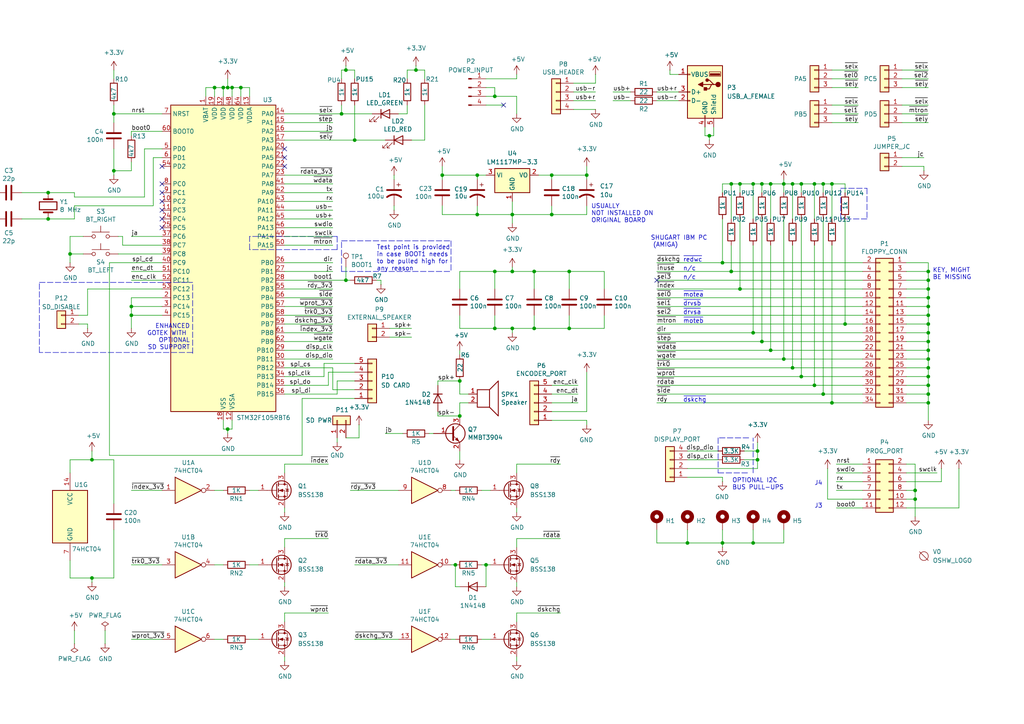
<source format=kicad_sch>
(kicad_sch (version 20231120) (generator "eeschema") (generator_version "8.0")
  (paper "A4")
  (title_block (title "OpenFlops") (date "2024-08-23") (rev "2") (company "SukkoPera") (comment 1 "Based on schematics by H.M") (comment 2 "Thanks to Thomas Christoph and jonny64") (comment 3 "Licensed under CERN OHL v.1.2"))
  (junction (at 13.97 55.88))
  (junction (at 269.24 114.3))
  (junction (at 265.43 144.78))
  (junction (at 209.55 157.48))
  (junction (at 13.97 63.5))
  (junction (at 100.33 20.32))
  (junction (at 269.24 111.76))
  (junction (at 20.32 73.66))
  (junction (at 209.55 76.2))
  (junction (at 154.94 95.25))
  (junction (at 69.85 25.4))
  (junction (at 219.71 133.35))
  (junction (at 128.27 50.8))
  (junction (at 133.35 120.65))
  (junction (at 212.09 53.34))
  (junction (at 269.24 99.06))
  (junction (at 269.24 93.98))
  (junction (at 99.06 33.02))
  (junction (at 148.59 62.23))
  (junction (at 269.24 96.52))
  (junction (at 223.52 53.34))
  (junction (at 148.59 78.74))
  (junction (at 160.02 62.23))
  (junction (at 219.71 130.81))
  (junction (at 218.44 157.48))
  (junction (at 154.94 78.74))
  (junction (at 38.1 88.9))
  (junction (at 269.24 116.84))
  (junction (at 269.24 101.6))
  (junction (at 229.87 106.68))
  (junction (at 220.98 53.34))
  (junction (at 236.22 53.34))
  (junction (at 205.74 39.37))
  (junction (at 33.02 49.53))
  (junction (at 227.33 104.14))
  (junction (at 269.24 88.9))
  (junction (at 241.3 53.34))
  (junction (at 269.24 86.36))
  (junction (at 199.39 157.48))
  (junction (at 26.67 167.64))
  (junction (at 165.1 95.25))
  (junction (at 160.02 50.8))
  (junction (at 269.24 81.28))
  (junction (at 148.59 95.25))
  (junction (at 33.02 33.02))
  (junction (at 265.43 142.24))
  (junction (at 220.98 99.06))
  (junction (at 67.31 25.4))
  (junction (at 140.97 163.83))
  (junction (at 170.18 50.8))
  (junction (at 232.41 109.22))
  (junction (at 38.1 91.44))
  (junction (at 269.24 106.68))
  (junction (at 132.08 163.83))
  (junction (at 138.43 50.8))
  (junction (at 218.44 53.34))
  (junction (at 269.24 83.82))
  (junction (at 269.24 104.14))
  (junction (at -6.35 63.5))
  (junction (at 269.24 78.74))
  (junction (at 269.24 109.22))
  (junction (at 102.87 40.64))
  (junction (at 238.76 53.34))
  (junction (at 138.43 62.23))
  (junction (at 236.22 111.76))
  (junction (at 64.77 25.4))
  (junction (at 66.04 25.4))
  (junction (at 143.51 27.94))
  (junction (at 120.65 20.32))
  (junction (at 100.33 81.28))
  (junction (at 143.51 95.25))
  (junction (at 232.41 53.34))
  (junction (at 133.35 110.49))
  (junction (at 165.1 78.74))
  (junction (at 229.87 53.34))
  (junction (at 214.63 53.34))
  (junction (at 227.33 53.34))
  (junction (at 245.11 93.98))
  (junction (at 26.67 133.35))
  (junction (at 62.23 25.4))
  (junction (at 143.51 78.74))
  (junction (at 218.44 96.52))
  (junction (at 212.09 78.74))
  (junction (at 241.3 116.84))
  (junction (at 238.76 114.3))
  (junction (at 269.24 91.44))
  (junction (at 223.52 101.6))
  (junction (at 66.04 124.46))
  (junction (at 214.63 83.82))
  (no_connect (at 46.99 53.34))
  (no_connect (at 46.99 58.42))
  (no_connect (at 190.5 81.28))
  (no_connect (at 82.55 48.26))
  (no_connect (at 82.55 45.72))
  (no_connect (at 46.99 60.96))
  (no_connect (at 46.99 48.26))
  (no_connect (at 46.99 66.04))
  (no_connect (at 82.55 43.18))
  (no_connect (at 46.99 55.88))
  (no_connect (at 46.99 63.5))
  (no_connect (at 146.05 30.48))
  (wire (pts (xy 20.32 73.66) (xy 20.32 76.2)))
  (wire (pts (xy 72.39 142.24) (xy 74.93 142.24)))
  (wire (pts (xy 127 120.65) (xy 133.35 120.65)))
  (wire (pts (xy 220.98 99.06) (xy 250.19 99.06)))
  (wire (pts (xy 218.44 96.52) (xy 250.19 96.52)))
  (wire (pts (xy 30.48 182.88) (xy 30.48 186.69)))
  (wire (pts (xy 209.55 53.34) (xy 212.09 53.34)))
  (wire (pts (xy 128.27 59.69) (xy 128.27 62.23)))
  (wire (pts (xy 227.33 104.14) (xy 250.19 104.14)))
  (wire (pts (xy 82.55 83.82) (xy 96.52 83.82)))
  (wire (pts (xy 269.24 114.3) (xy 269.24 116.84)))
  (wire (pts (xy 232.41 109.22) (xy 250.19 109.22)))
  (wire (pts (xy 143.51 91.44) (xy 143.51 95.25)))
  (wire (pts (xy 143.51 78.74) (xy 148.59 78.74)))
  (wire (pts (xy 232.41 55.88) (xy 232.41 53.34)))
  (wire (pts (xy 238.76 53.34) (xy 241.3 53.34)))
  (wire (pts (xy 175.26 95.25) (xy 175.26 91.44)))
  (wire (pts (xy 170.18 50.8) (xy 170.18 52.07)))
  (wire (pts (xy 82.55 35.56) (xy 96.52 35.56)))
  (wire (pts (xy 20.32 133.35) (xy 26.67 133.35)))
  (wire (pts (xy 172.72 24.13) (xy 166.37 24.13)))
  (wire (pts (xy 214.63 53.34) (xy 218.44 53.34)))
  (wire (pts (xy 212.09 63.5) (xy 212.09 53.34)))
  (wire (pts (xy 82.55 78.74) (xy 96.52 78.74)))
  (wire (pts (xy 209.55 157.48) (xy 209.55 158.75)))
  (wire (pts (xy 273.05 139.7) (xy 273.05 135.89)))
  (wire (pts (xy 261.62 22.86) (xy 269.24 22.86)))
  (wire (pts (xy 269.24 106.68) (xy 269.24 109.22)))
  (wire (pts (xy 227.33 53.34) (xy 229.87 53.34)))
  (wire (pts (xy 262.89 93.98) (xy 269.24 93.98)))
  (wire (pts (xy 72.39 25.4) (xy 72.39 27.94)))
  (wire (pts (xy 149.86 21.59) (xy 149.86 22.86)))
  (wire (pts (xy 82.55 177.8) (xy 95.25 177.8)))
  (wire (pts (xy 261.62 20.32) (xy 269.24 20.32)))
  (wire (pts (xy 21.59 186.69) (xy 21.59 182.88)))
  (wire (pts (xy 82.55 111.76) (xy 95.25 111.76)))
  (wire (pts (xy 140.97 163.83) (xy 142.24 163.83)))
  (wire (pts (xy 241.3 22.86) (xy 248.92 22.86)))
  (wire (pts (xy 140.97 25.4) (xy 143.51 25.4)))
  (wire (pts (xy 148.59 58.42) (xy 148.59 62.23)))
  (wire (pts (xy 241.3 33.02) (xy 248.92 33.02)))
  (wire (pts (xy 149.86 147.32) (xy 149.86 148.59)))
  (wire (pts (xy -1.27 63.5) (xy -6.35 63.5)))
  (wire (pts (xy 31.75 76.2) (xy 31.75 132.08)))
  (wire (pts (xy 82.55 137.16) (xy 82.55 134.62)))
  (wire (pts (xy 190.5 116.84) (xy 241.3 116.84)))
  (wire (pts (xy 143.51 95.25) (xy 148.59 95.25)))
  (wire (pts (xy 265.43 142.24) (xy 265.43 144.78)))
  (wire (pts (xy 120.65 19.05) (xy 120.65 20.32)))
  (wire (pts (xy 149.86 158.75) (xy 149.86 156.21)))
  (wire (pts (xy 236.22 71.12) (xy 236.22 111.76)))
  (polyline (pts (xy 251.46 63.5) (xy 243.84 63.5)) (stroke (width 0) (type dash)))
  (wire (pts (xy 160.02 111.76) (xy 167.64 111.76)))
  (wire (pts (xy 154.94 91.44) (xy 154.94 95.25)))
  (wire (pts (xy 238.76 53.34) (xy 238.76 55.88)))
  (wire (pts (xy 262.89 139.7) (xy 273.05 139.7)))
  (wire (pts (xy 115.57 33.02) (xy 118.11 33.02)))
  (wire (pts (xy 149.86 134.62) (xy 162.56 134.62)))
  (wire (pts (xy 269.24 76.2) (xy 269.24 78.74)))
  (wire (pts (xy 229.87 71.12) (xy 229.87 106.68)))
  (wire (pts (xy 104.14 127) (xy 100.33 127)))
  (wire (pts (xy 33.02 133.35) (xy 33.02 146.05)))
  (wire (pts (xy 26.67 167.64) (xy 26.67 168.91)))
  (wire (pts (xy 199.39 153.67) (xy 199.39 157.48)))
  (wire (pts (xy 190.5 106.68) (xy 229.87 106.68)))
  (wire (pts (xy 41.91 43.18) (xy 46.99 43.18)))
  (wire (pts (xy 269.24 109.22) (xy 269.24 111.76)))
  (wire (pts (xy 149.86 177.8) (xy 162.56 177.8)))
  (wire (pts (xy 46.99 163.83) (xy 38.1 163.83)))
  (wire (pts (xy 149.86 190.5) (xy 149.86 191.77)))
  (wire (pts (xy 269.24 88.9) (xy 269.24 91.44)))
  (wire (pts (xy 35.56 68.58) (xy 35.56 71.12)))
  (wire (pts (xy 82.55 190.5) (xy 82.55 191.77)))
  (wire (pts (xy 182.88 26.67) (xy 177.8 26.67)))
  (wire (pts (xy 33.02 20.32) (xy 33.02 22.86)))
  (wire (pts (xy 170.18 50.8) (xy 160.02 50.8)))
  (wire (pts (xy 232.41 63.5) (xy 232.41 109.22)))
  (wire (pts (xy 190.5 99.06) (xy 220.98 99.06)))
  (wire (pts (xy 127 120.65) (xy 127 119.38)))
  (wire (pts (xy 133.35 116.84) (xy 133.35 120.65)))
  (wire (pts (xy 269.24 93.98) (xy 269.24 96.52)))
  (wire (pts (xy 33.02 35.56) (xy 33.02 33.02)))
  (wire (pts (xy 149.86 27.94) (xy 149.86 33.02)))
  (polyline (pts (xy 55.88 102.235) (xy 11.43 102.235)) (stroke (width 0) (type dash)))
  (wire (pts (xy 67.31 27.94) (xy 67.31 25.4)))
  (wire (pts (xy 165.1 78.74) (xy 175.26 78.74)))
  (wire (pts (xy 219.71 130.81) (xy 219.71 133.35)))
  (wire (pts (xy 190.5 101.6) (xy 223.52 101.6)))
  (wire (pts (xy 140.97 30.48) (xy 146.05 30.48)))
  (wire (pts (xy 262.89 83.82) (xy 269.24 83.82)))
  (wire (pts (xy 135.89 114.3) (xy 133.35 114.3)))
  (wire (pts (xy 229.87 106.68) (xy 250.19 106.68)))
  (wire (pts (xy 245.11 53.34) (xy 245.11 55.88)))
  (wire (pts (xy 149.86 137.16) (xy 149.86 134.62)))
  (wire (pts (xy 241.3 30.48) (xy 248.92 30.48)))
  (wire (pts (xy 204.47 36.83) (xy 204.47 39.37)))
  (wire (pts (xy 262.89 99.06) (xy 269.24 99.06)))
  (wire (pts (xy 269.24 111.76) (xy 269.24 114.3)))
  (wire (pts (xy 95.25 111.76) (xy 95.25 107.95)))
  (wire (pts (xy 25.4 91.44) (xy 22.86 91.44)))
  (wire (pts (xy 262.89 106.68) (xy 269.24 106.68)))
  (wire (pts (xy 261.62 25.4) (xy 269.24 25.4)))
  (wire (pts (xy 154.94 95.25) (xy 165.1 95.25)))
  (wire (pts (xy 82.55 96.52) (xy 96.52 96.52)))
  (wire (pts (xy 160.02 62.23) (xy 170.18 62.23)))
  (wire (pts (xy 119.38 40.64) (xy 123.19 40.64)))
  (wire (pts (xy 160.02 50.8) (xy 156.21 50.8)))
  (wire (pts (xy 31.75 132.08) (xy 87.63 132.08)))
  (wire (pts (xy 100.33 77.47) (xy 100.33 81.28)))
  (wire (pts (xy 82.55 66.04) (xy 96.52 66.04)))
  (wire (pts (xy 127 110.49) (xy 133.35 110.49)))
  (wire (pts (xy 66.04 124.46) (xy 67.31 124.46)))
  (wire (pts (xy 143.51 27.94) (xy 149.86 27.94)))
  (wire (pts (xy 35.56 71.12) (xy 46.99 71.12)))
  (wire (pts (xy 250.19 147.32) (xy 242.57 147.32)))
  (wire (pts (xy 96.52 106.68) (xy 96.52 113.03)))
  (wire (pts (xy 190.5 86.36) (xy 250.19 86.36)))
  (wire (pts (xy 104.14 123.19) (xy 104.14 127)))
  (wire (pts (xy 26.67 167.64) (xy 20.32 167.64)))
  (wire (pts (xy 269.24 91.44) (xy 269.24 93.98)))
  (wire (pts (xy 223.52 101.6) (xy 250.19 101.6)))
  (wire (pts (xy 194.31 20.32) (xy 194.31 21.59)))
  (wire (pts (xy 262.89 134.62) (xy 265.43 134.62)))
  (wire (pts (xy 160.02 121.92) (xy 170.18 121.92)))
  (wire (pts (xy 262.89 104.14) (xy 269.24 104.14)))
  (wire (pts (xy 66.04 22.86) (xy 66.04 25.4)))
  (wire (pts (xy 269.24 86.36) (xy 269.24 88.9)))
  (wire (pts (xy -1.27 55.88) (xy -6.35 55.88)))
  (wire (pts (xy 97.79 110.49) (xy 97.79 114.3)))
  (wire (pts (xy 160.02 116.84) (xy 167.64 116.84)))
  (wire (pts (xy 229.87 53.34) (xy 232.41 53.34)))
  (wire (pts (xy 25.4 83.82) (xy 25.4 91.44)))
  (wire (pts (xy 265.43 144.78) (xy 265.43 149.86)))
  (wire (pts (xy 148.59 95.25) (xy 154.94 95.25)))
  (wire (pts (xy 21.59 55.88) (xy 21.59 57.15)))
  (wire (pts (xy 220.98 63.5) (xy 220.98 99.06)))
  (wire (pts (xy 139.7 185.42) (xy 142.24 185.42)))
  (wire (pts (xy 261.62 48.26) (xy 267.97 48.26)))
  (wire (pts (xy 219.71 133.35) (xy 219.71 135.89)))
  (wire (pts (xy 64.77 27.94) (xy 64.77 25.4)))
  (wire (pts (xy 209.55 63.5) (xy 209.55 76.2)))
  (polyline (pts (xy 99.06 78.74) (xy 99.06 69.85)) (stroke (width 0) (type dash)))
  (wire (pts (xy 204.47 39.37) (xy 205.74 39.37)))
  (wire (pts (xy 82.55 71.12) (xy 96.52 71.12)))
  (wire (pts (xy 82.55 99.06) (xy 96.52 99.06)))
  (wire (pts (xy 149.86 156.21) (xy 162.56 156.21)))
  (wire (pts (xy 139.7 163.83) (xy 140.97 163.83)))
  (wire (pts (xy 72.39 163.83) (xy 74.93 163.83)))
  (wire (pts (xy 21.59 63.5) (xy 13.97 63.5)))
  (wire (pts (xy 140.97 22.86) (xy 149.86 22.86)))
  (wire (pts (xy 66.04 25.4) (xy 67.31 25.4)))
  (wire (pts (xy 241.3 20.32) (xy 248.92 20.32)))
  (wire (pts (xy 149.86 180.34) (xy 149.86 177.8)))
  (wire (pts (xy -6.35 55.88) (xy -6.35 63.5)))
  (wire (pts (xy 149.86 168.91) (xy 149.86 170.18)))
  (wire (pts (xy 262.89 76.2) (xy 269.24 76.2)))
  (wire (pts (xy 26.67 133.35) (xy 26.67 130.81)))
  (wire (pts (xy 269.24 83.82) (xy 269.24 86.36)))
  (wire (pts (xy 223.52 71.12) (xy 223.52 101.6)))
  (wire (pts (xy 62.23 185.42) (xy 64.77 185.42)))
  (wire (pts (xy 72.39 185.42) (xy 74.93 185.42)))
  (wire (pts (xy 128.27 62.23) (xy 138.43 62.23)))
  (wire (pts (xy 133.35 83.82) (xy 133.35 78.74)))
  (wire (pts (xy 190.5 111.76) (xy 236.22 111.76)))
  (wire (pts (xy 262.89 147.32) (xy 278.13 147.32)))
  (wire (pts (xy 38.1 38.1) (xy 38.1 39.37)))
  (wire (pts (xy 82.55 158.75) (xy 82.55 156.21)))
  (wire (pts (xy 38.1 91.44) (xy 46.99 91.44)))
  (wire (pts (xy 128.27 48.26) (xy 128.27 50.8)))
  (polyline (pts (xy 130.81 69.85) (xy 130.81 78.74)) (stroke (width 0) (type dash)))
  (wire (pts (xy 114.3 59.69) (xy 114.3 60.96)))
  (wire (pts (xy 262.89 81.28) (xy 269.24 81.28)))
  (wire (pts (xy 46.99 81.28) (xy 38.1 81.28)))
  (wire (pts (xy 269.24 104.14) (xy 269.24 106.68)))
  (wire (pts (xy 269.24 78.74) (xy 269.24 81.28)))
  (wire (pts (xy 227.33 157.48) (xy 227.33 153.67)))
  (wire (pts (xy 24.13 73.66) (xy 20.32 73.66)))
  (wire (pts (xy 227.33 52.07) (xy 227.33 53.34)))
  (wire (pts (xy 138.43 62.23) (xy 148.59 62.23)))
  (wire (pts (xy 190.5 104.14) (xy 227.33 104.14)))
  (wire (pts (xy 33.02 153.67) (xy 33.02 167.64)))
  (wire (pts (xy 82.55 101.6) (xy 96.52 101.6)))
  (wire (pts (xy 41.91 57.15) (xy 41.91 43.18)))
  (wire (pts (xy 214.63 83.82) (xy 250.19 83.82)))
  (wire (pts (xy 130.81 163.83) (xy 132.08 163.83)))
  (wire (pts (xy 269.24 96.52) (xy 269.24 99.06)))
  (wire (pts (xy 190.5 109.22) (xy 232.41 109.22)))
  (wire (pts (xy 34.29 73.66) (xy 46.99 73.66)))
  (wire (pts (xy 109.22 81.28) (xy 110.49 81.28)))
  (wire (pts (xy 59.69 27.94) (xy 59.69 25.4)))
  (wire (pts (xy 130.81 142.24) (xy 132.08 142.24)))
  (polyline (pts (xy 218.44 137.16) (xy 218.44 127)) (stroke (width 0) (type dash)))
  (wire (pts (xy 199.39 157.48) (xy 209.55 157.48)))
  (wire (pts (xy 96.52 113.03) (xy 102.87 113.03)))
  (wire (pts (xy 127 111.76) (xy 127 110.49)))
  (wire (pts (xy 118.11 20.32) (xy 120.65 20.32)))
  (wire (pts (xy 133.35 102.87) (xy 133.35 101.6)))
  (polyline (pts (xy 11.43 102.235) (xy 11.43 81.915)) (stroke (width 0) (type dash)))
  (wire (pts (xy 236.22 111.76) (xy 250.19 111.76)))
  (wire (pts (xy 240.03 135.89) (xy 240.03 144.78)))
  (polyline (pts (xy 97.79 68.58) (xy 72.39 68.58)) (stroke (width 0) (type dash)))
  (wire (pts (xy 124.46 125.73) (xy 125.73 125.73)))
  (wire (pts (xy 209.55 157.48) (xy 218.44 157.48)))
  (wire (pts (xy 245.11 93.98) (xy 250.19 93.98)))
  (wire (pts (xy 62.23 25.4) (xy 64.77 25.4)))
  (wire (pts (xy 229.87 63.5) (xy 229.87 53.34)))
  (wire (pts (xy 262.89 86.36) (xy 269.24 86.36)))
  (wire (pts (xy 38.1 49.53) (xy 33.02 49.53)))
  (wire (pts (xy 82.55 109.22) (xy 93.98 109.22)))
  (wire (pts (xy 148.59 77.47) (xy 148.59 78.74)))
  (wire (pts (xy 115.57 163.83) (xy 102.87 163.83)))
  (wire (pts (xy 278.13 135.89) (xy 278.13 147.32)))
  (wire (pts (xy 262.89 88.9) (xy 269.24 88.9)))
  (wire (pts (xy 64.77 121.92) (xy 64.77 124.46)))
  (wire (pts (xy 232.41 53.34) (xy 236.22 53.34)))
  (wire (pts (xy 245.11 63.5) (xy 245.11 93.98)))
  (polyline (pts (xy 217.17 127) (xy 208.28 127)) (stroke (width 0) (type dash)))
  (wire (pts (xy 218.44 153.67) (xy 218.44 157.48)))
  (wire (pts (xy 82.55 33.02) (xy 99.06 33.02)))
  (wire (pts (xy 82.55 147.32) (xy 82.55 148.59)))
  (wire (pts (xy 262.89 144.78) (xy 265.43 144.78)))
  (wire (pts (xy 21.59 57.15) (xy 41.91 57.15)))
  (wire (pts (xy 165.1 95.25) (xy 175.26 95.25)))
  (wire (pts (xy 113.03 95.25) (xy 119.38 95.25)))
  (wire (pts (xy 265.43 134.62) (xy 265.43 142.24)))
  (wire (pts (xy 82.55 88.9) (xy 96.52 88.9)))
  (wire (pts (xy 38.1 86.36) (xy 38.1 88.9)))
  (wire (pts (xy 250.19 137.16) (xy 242.57 137.16)))
  (wire (pts (xy 190.5 114.3) (xy 238.76 114.3)))
  (polyline (pts (xy 99.06 78.74) (xy 130.81 78.74)) (stroke (width 0) (type dash)))
  (wire (pts (xy 132.08 170.18) (xy 132.08 163.83)))
  (wire (pts (xy 20.32 167.64) (xy 20.32 162.56)))
  (wire (pts (xy 241.3 35.56) (xy 248.92 35.56)))
  (wire (pts (xy 82.55 134.62) (xy 95.25 134.62)))
  (wire (pts (xy 101.6 142.24) (xy 115.57 142.24)))
  (wire (pts (xy 241.3 71.12) (xy 241.3 116.84)))
  (wire (pts (xy 133.35 78.74) (xy 143.51 78.74)))
  (wire (pts (xy 190.5 93.98) (xy 245.11 93.98)))
  (wire (pts (xy 82.55 60.96) (xy 96.52 60.96)))
  (wire (pts (xy 218.44 157.48) (xy 227.33 157.48)))
  (wire (pts (xy 190.5 88.9) (xy 250.19 88.9)))
  (wire (pts (xy 62.23 142.24) (xy 64.77 142.24)))
  (polyline (pts (xy 97.79 72.39) (xy 72.39 72.39)) (stroke (width 0) (type dash)))
  (wire (pts (xy 207.01 39.37) (xy 207.01 36.83)))
  (wire (pts (xy 82.55 180.34) (xy 82.55 177.8)))
  (wire (pts (xy 140.97 163.83) (xy 140.97 170.18)))
  (wire (pts (xy 212.09 78.74) (xy 250.19 78.74)))
  (wire (pts (xy 209.55 76.2) (xy 250.19 76.2)))
  (wire (pts (xy 238.76 63.5) (xy 238.76 114.3)))
  (wire (pts (xy 113.03 97.79) (xy 119.38 97.79)))
  (wire (pts (xy 46.99 83.82) (xy 25.4 83.82)))
  (wire (pts (xy 148.59 62.23) (xy 148.59 64.77)))
  (wire (pts (xy 118.11 20.32) (xy 118.11 22.86)))
  (wire (pts (xy 38.1 88.9) (xy 38.1 91.44)))
  (wire (pts (xy 82.55 93.98) (xy 96.52 93.98)))
  (wire (pts (xy 241.3 116.84) (xy 250.19 116.84)))
  (wire (pts (xy 170.18 62.23) (xy 170.18 59.69)))
  (wire (pts (xy 62.23 27.94) (xy 62.23 25.4)))
  (wire (pts (xy 99.06 20.32) (xy 99.06 22.86)))
  (wire (pts (xy 269.24 101.6) (xy 269.24 104.14)))
  (wire (pts (xy 118.11 30.48) (xy 118.11 33.02)))
  (wire (pts (xy 170.18 119.38) (xy 170.18 107.95)))
  (wire (pts (xy 114.3 50.8) (xy 114.3 52.07)))
  (wire (pts (xy 165.1 78.74) (xy 165.1 83.82)))
  (polyline (pts (xy 208.28 137.16) (xy 217.17 137.16)) (stroke (width 0) (type dash)))
  (wire (pts (xy 220.98 53.34) (xy 223.52 53.34)))
  (wire (pts (xy 115.57 185.42) (xy 102.87 185.42)))
  (wire (pts (xy 218.44 71.12) (xy 218.44 96.52)))
  (wire (pts (xy 22.86 93.98) (xy 25.4 93.98)))
  (wire (pts (xy 209.55 153.67) (xy 209.55 157.48)))
  (wire (pts (xy 140.97 27.94) (xy 143.51 27.94)))
  (wire (pts (xy 160.02 52.07) (xy 160.02 50.8)))
  (wire (pts (xy 223.52 63.5) (xy 223.52 53.34)))
  (wire (pts (xy 93.98 109.22) (xy 93.98 105.41)))
  (wire (pts (xy 250.19 139.7) (xy 242.57 139.7)))
  (wire (pts (xy 67.31 121.92) (xy 67.31 124.46)))
  (wire (pts (xy 190.5 153.67) (xy 190.5 157.48)))
  (wire (pts (xy 120.65 20.32) (xy 123.19 20.32)))
  (wire (pts (xy 269.24 81.28) (xy 269.24 83.82)))
  (wire (pts (xy 6.35 55.88) (xy 13.97 55.88)))
  (wire (pts (xy 87.63 115.57) (xy 102.87 115.57)))
  (wire (pts (xy 223.52 53.34) (xy 227.33 53.34)))
  (wire (pts (xy 133.35 110.49) (xy 133.35 114.3)))
  (wire (pts (xy 227.33 53.34) (xy 227.33 55.88)))
  (wire (pts (xy 82.55 91.44) (xy 96.52 91.44)))
  (wire (pts (xy 99.06 33.02) (xy 107.95 33.02)))
  (wire (pts (xy 269.24 116.84) (xy 269.24 121.92)))
  (wire (pts (xy 209.55 55.88) (xy 209.55 53.34)))
  (wire (pts (xy 116.84 125.73) (xy 111.76 125.73)))
  (wire (pts (xy 261.62 35.56) (xy 269.24 35.56)))
  (wire (pts (xy 82.55 63.5) (xy 96.52 63.5)))
  (wire (pts (xy 133.35 91.44) (xy 133.35 95.25)))
  (wire (pts (xy 190.5 96.52) (xy 218.44 96.52)))
  (wire (pts (xy 250.19 142.24) (xy 242.57 142.24)))
  (wire (pts (xy 82.55 53.34) (xy 96.52 53.34)))
  (wire (pts (xy 199.39 135.89) (xy 219.71 135.89)))
  (wire (pts (xy 261.62 45.72) (xy 267.97 45.72)))
  (wire (pts (xy 262.89 78.74) (xy 269.24 78.74)))
  (wire (pts (xy 165.1 95.25) (xy 165.1 91.44)))
  (wire (pts (xy 102.87 40.64) (xy 111.76 40.64)))
  (wire (pts (xy 205.74 39.37) (xy 205.74 40.64)))
  (wire (pts (xy 82.55 168.91) (xy 82.55 170.18)))
  (wire (pts (xy 190.5 81.28) (xy 250.19 81.28)))
  (wire (pts (xy 133.35 95.25) (xy 143.51 95.25)))
  (wire (pts (xy 21.59 59.69) (xy 21.59 63.5)))
  (polyline (pts (xy 243.84 63.5) (xy 243.84 54.61)) (stroke (width 0) (type dash)))
  (wire (pts (xy 69.85 27.94) (xy 69.85 25.4)))
  (wire (pts (xy 33.02 167.64) (xy 26.67 167.64)))
  (wire (pts (xy 262.89 116.84) (xy 269.24 116.84)))
  (wire (pts (xy 160.02 119.38) (xy 170.18 119.38)))
  (wire (pts (xy 214.63 63.5) (xy 214.63 83.82)))
  (wire (pts (xy 209.55 138.43) (xy 209.55 139.7)))
  (wire (pts (xy 38.1 91.44) (xy 38.1 95.25)))
  (wire (pts (xy 69.85 25.4) (xy 72.39 25.4)))
  (wire (pts (xy 135.89 116.84) (xy 133.35 116.84)))
  (wire (pts (xy 190.5 83.82) (xy 214.63 83.82)))
  (wire (pts (xy 138.43 52.07) (xy 138.43 50.8)))
  (wire (pts (xy 209.55 138.43) (xy 199.39 138.43)))
  (wire (pts (xy 67.31 25.4) (xy 69.85 25.4)))
  (wire (pts (xy 33.02 30.48) (xy 33.02 33.02)))
  (wire (pts (xy 148.59 95.25) (xy 148.59 96.52)))
  (wire (pts (xy 20.32 68.58) (xy 20.32 73.66)))
  (wire (pts (xy 133.35 170.18) (xy 132.08 170.18)))
  (wire (pts (xy 87.63 115.57) (xy 87.63 132.08)))
  (wire (pts (xy 261.62 30.48) (xy 269.24 30.48)))
  (wire (pts (xy 138.43 50.8) (xy 140.97 50.8)))
  (wire (pts (xy 218.44 53.34) (xy 220.98 53.34)))
  (wire (pts (xy 46.99 142.24) (xy 38.1 142.24)))
  (wire (pts (xy 262.89 137.16) (xy 271.78 137.16)))
  (wire (pts (xy 102.87 30.48) (xy 102.87 40.64)))
  (wire (pts (xy 138.43 59.69) (xy 138.43 62.23)))
  (wire (pts (xy 172.72 21.59) (xy 172.72 24.13)))
  (wire (pts (xy 110.49 81.28) (xy 110.49 82.55)))
  (wire (pts (xy 190.5 29.21) (xy 196.85 29.21)))
  (wire (pts (xy 59.69 25.4) (xy 62.23 25.4)))
  (wire (pts (xy 82.55 38.1) (xy 96.52 38.1)))
  (polyline (pts (xy 72.39 72.39) (xy 72.39 68.58)) (stroke (width 0) (type dash)))
  (polyline (pts (xy 97.79 68.58) (xy 97.79 72.39)) (stroke (width 0) (type dash)))
  (wire (pts (xy 66.04 124.46) (xy 66.04 125.73)))
  (wire (pts (xy 215.9 133.35) (xy 219.71 133.35)))
  (wire (pts (xy 26.67 133.35) (xy 33.02 133.35)))
  (wire (pts (xy 139.7 142.24) (xy 142.24 142.24)))
  (wire (pts (xy 64.77 25.4) (xy 66.04 25.4)))
  (wire (pts (xy 130.81 185.42) (xy 132.08 185.42)))
  (wire (pts (xy 82.55 81.28) (xy 100.33 81.28)))
  (wire (pts (xy 25.4 93.98) (xy 25.4 95.25)))
  (wire (pts (xy 190.5 78.74) (xy 212.09 78.74)))
  (wire (pts (xy 154.94 83.82) (xy 154.94 78.74)))
  (wire (pts (xy 31.75 76.2) (xy 46.99 76.2)))
  (wire (pts (xy 82.55 58.42) (xy 96.52 58.42)))
  (wire (pts (xy 190.5 26.67) (xy 196.85 26.67)))
  (wire (pts (xy 241.3 25.4) (xy 248.92 25.4)))
  (wire (pts (xy 250.19 134.62) (xy 242.57 134.62)))
  (wire (pts (xy 175.26 78.74) (xy 175.26 83.82)))
  (wire (pts (xy 166.37 31.75) (xy 172.72 31.75)))
  (wire (pts (xy 261.62 33.02) (xy 269.24 33.02)))
  (wire (pts (xy 160.02 59.69) (xy 160.02 62.23)))
  (wire (pts (xy -6.35 63.5) (xy -6.35 66.04)))
  (wire (pts (xy 267.97 48.26) (xy 267.97 49.53)))
  (wire (pts (xy 99.06 30.48) (xy 99.06 33.02)))
  (wire (pts (xy 262.89 111.76) (xy 269.24 111.76)))
  (wire (pts (xy 227.33 63.5) (xy 227.33 104.14)))
  (wire (pts (xy 212.09 53.34) (xy 214.63 53.34)))
  (wire (pts (xy 100.33 20.32) (xy 102.87 20.32)))
  (wire (pts (xy 33.02 43.18) (xy 33.02 49.53)))
  (wire (pts (xy 262.89 114.3) (xy 269.24 114.3)))
  (wire (pts (xy 97.79 128.27) (xy 97.79 127)))
  (wire (pts (xy 148.59 62.23) (xy 160.02 62.23)))
  (wire (pts (xy 160.02 114.3) (xy 167.64 114.3)))
  (wire (pts (xy 21.59 59.69) (xy 44.45 59.69)))
  (wire (pts (xy 93.98 105.41) (xy 102.87 105.41)))
  (wire (pts (xy 212.09 71.12) (xy 212.09 78.74)))
  (wire (pts (xy 82.55 104.14) (xy 96.52 104.14)))
  (wire (pts (xy 170.18 121.92) (xy 170.18 123.19)))
  (wire (pts (xy 194.31 21.59) (xy 196.85 21.59)))
  (wire (pts (xy 238.76 114.3) (xy 250.19 114.3)))
  (wire (pts (xy 24.13 68.58) (xy 20.32 68.58)))
  (wire (pts (xy 38.1 86.36) (xy 46.99 86.36)))
  (wire (pts (xy 13.97 63.5) (xy 6.35 63.5)))
  (wire (pts (xy 82.55 114.3) (xy 97.79 114.3)))
  (wire (pts (xy 262.89 96.52) (xy 269.24 96.52)))
  (wire (pts (xy 123.19 30.48) (xy 123.19 40.64)))
  (wire (pts (xy 241.3 53.34) (xy 245.11 53.34)))
  (wire (pts (xy 33.02 49.53) (xy 33.02 50.8)))
  (polyline (pts (xy 55.88 82.55) (xy 55.88 102.87)) (stroke (width 0) (type dash)))
  (wire (pts (xy 44.45 59.69) (xy 44.45 45.72)))
  (wire (pts (xy 99.06 20.32) (xy 100.33 20.32)))
  (wire (pts (xy 82.55 50.8) (xy 96.52 50.8)))
  (wire (pts (xy 82.55 156.21) (xy 95.25 156.21)))
  (wire (pts (xy 262.89 91.44) (xy 269.24 91.44)))
  (wire (pts (xy 62.23 163.83) (xy 64.77 163.83)))
  (wire (pts (xy 148.59 78.74) (xy 154.94 78.74)))
  (wire (pts (xy 38.1 38.1) (xy 46.99 38.1)))
  (wire (pts (xy 241.3 53.34) (xy 241.3 63.5)))
  (wire (pts (xy 38.1 88.9) (xy 46.99 88.9)))
  (wire (pts (xy 82.55 76.2) (xy 96.52 76.2)))
  (wire (pts (xy 123.19 20.32) (xy 123.19 22.86)))
  (wire (pts (xy 214.63 55.88) (xy 214.63 53.34)))
  (wire (pts (xy 82.55 68.58) (xy 96.52 68.58)))
  (wire (pts (xy 199.39 133.35) (xy 208.28 133.35)))
  (wire (pts (xy 82.55 106.68) (xy 96.52 106.68)))
  (wire (pts (xy 182.88 29.21) (xy 177.8 29.21)))
  (wire (pts (xy 219.71 128.27) (xy 219.71 130.81)))
  (wire (pts (xy 82.55 40.64) (xy 102.87 40.64)))
  (polyline (pts (xy 11.43 81.915) (xy 55.88 81.915)) (stroke (width 0) (type dash)))
  (wire (pts (xy 154.94 78.74) (xy 165.1 78.74)))
  (wire (pts (xy 143.51 83.82) (xy 143.51 78.74)))
  (polyline (pts (xy 99.06 69.85) (xy 130.81 69.85)) (stroke (width 0) (type dash)))
  (wire (pts (xy 82.55 86.36) (xy 96.52 86.36)))
  (wire (pts (xy 33.02 33.02) (xy 46.99 33.02)))
  (wire (pts (xy 95.25 107.95) (xy 102.87 107.95)))
  (wire (pts (xy 100.33 81.28) (xy 101.6 81.28)))
  (wire (pts (xy 236.22 63.5) (xy 236.22 53.34)))
  (wire (pts (xy 128.27 50.8) (xy 128.27 52.07)))
  (polyline (pts (xy 208.28 127) (xy 208.28 137.16)) (stroke (width 0) (type dash)))
  (wire (pts (xy 82.55 55.88) (xy 96.52 55.88)))
  (wire (pts (xy 143.51 25.4) (xy 143.51 27.94)))
  (wire (pts (xy 102.87 110.49) (xy 97.79 110.49)))
  (wire (pts (xy 46.99 185.42) (xy 38.1 185.42)))
  (wire (pts (xy 20.32 137.16) (xy 20.32 133.35)))
  (wire (pts (xy 34.29 68.58) (xy 35.56 68.58)))
  (wire (pts (xy 166.37 29.21) (xy 172.72 29.21)))
  (wire (pts (xy 102.87 20.32) (xy 102.87 22.86)))
  (wire (pts (xy 44.45 45.72) (xy 46.99 45.72)))
  (wire (pts (xy 240.03 144.78) (xy 250.19 144.78)))
  (polyline (pts (xy 243.84 54.61) (xy 251.46 54.61)) (stroke (width 0) (type dash)))
  (wire (pts (xy 128.27 50.8) (xy 138.43 50.8)))
  (wire (pts (xy 170.18 48.26) (xy 170.18 50.8)))
  (wire (pts (xy 220.98 55.88) (xy 220.98 53.34)))
  (wire (pts (xy 215.9 130.81) (xy 219.71 130.81)))
  (wire (pts (xy 190.5 76.2) (xy 209.55 76.2)))
  (wire (pts (xy 133.35 130.81) (xy 133.35 133.35)))
  (wire (pts (xy 269.24 99.06) (xy 269.24 101.6)))
  (wire (pts (xy 190.5 157.48) (xy 199.39 157.48)))
  (wire (pts (xy 236.22 53.34) (xy 238.76 53.34)))
  (wire (pts (xy 100.33 19.05) (xy 100.33 20.32)))
  (wire (pts (xy 205.74 39.37) (xy 207.01 39.37)))
  (wire (pts (xy 218.44 63.5) (xy 218.44 53.34)))
  (wire (pts (xy 64.77 124.46) (xy 66.04 124.46)))
  (wire (pts (xy 46.99 68.58) (xy 38.1 68.58)))
  (wire (pts (xy 190.5 91.44) (xy 250.19 91.44)))
  (wire (pts (xy 166.37 26.67) (xy 172.72 26.67)))
  (wire (pts (xy 199.39 130.81) (xy 208.28 130.81)))
  (wire (pts (xy 38.1 46.99) (xy 38.1 49.53)))
  (wire (pts (xy 262.89 142.24) (xy 265.43 142.24)))
  (wire (pts (xy 46.99 78.74) (xy 38.1 78.74)))
  (polyline (pts (xy 251.46 54.61) (xy 251.46 63.5)) (stroke (width 0) (type dash)))
  (wire (pts (xy 262.89 109.22) (xy 269.24 109.22)))
  (wire (pts (xy 13.97 55.88) (xy 21.59 55.88)))
  (wire (pts (xy 262.89 101.6) (xy 269.24 101.6)))
  (text "OPTIONAL I2C\nBUS PULL-UPS" (at 212.344 142.24 0) (effects (font (size 1.27 1.27)) (justify left bottom)))
  (text "~{moteb}" (at 198.12 93.98 0) (effects (font (size 1.27 1.27)) (justify left bottom)))
  (text "ENHANCED\nGOTEK WITH \nOPTIONAL\nSD SUPPORT" (at 55.118 101.6 0) (effects (font (size 1.27 1.27)) (justify right bottom)))
  (text "n/c" (at 198.12 81.28 0) (effects (font (size 1.27 1.27)) (justify left bottom)))
  (text "KEY, MIGHT\nBE MISSING" (at 270.51 81.28 0) (effects (font (size 1.27 1.27)) (justify left bottom)))
  (text "n/c" (at 198.12 78.74 0) (effects (font (size 1.27 1.27)) (justify left bottom)))
  (text "~{drvsb}" (at 198.12 88.9 0) (effects (font (size 1.27 1.27)) (justify left bottom)))
  (text "J3" (at 236.22 147.574 0) (effects (font (size 1.27 1.27)) (justify left bottom)))
  (text "IBM PC" (at 201.676 69.85 0) (effects (font (size 1.27 1.27)) (justify bottom)))
  (text "Test point is provided\nin case BOOT1 needs\nto be pulled high for\nany reason" (at 109.22 78.74 0) (effects (font (size 1.27 1.27)) (justify left bottom)))
  (text "USUALLY\nNOT INSTALLED ON\nORIGINAL BOARD" (at 171.45 64.77 0) (effects (font (size 1.27 1.27)) (justify left bottom)))
  (text "~{motea}" (at 198.12 86.36 0) (effects (font (size 1.27 1.27)) (justify left bottom)))
  (text "J4" (at 236.22 140.97 0) (effects (font (size 1.27 1.27)) (justify left bottom)))
  (text "~{redwc}" (at 198.12 76.2 0) (effects (font (size 1.27 1.27)) (justify left bottom)))
  (text "~{dskchg}" (at 198.12 116.84 0) (effects (font (size 1.27 1.27)) (justify left bottom)))
  (text "SHUGART\n(AMIGA)" (at 193.04 71.882 0) (effects (font (size 1.27 1.27)) (justify bottom)))
  (text "~{drvsa}" (at 198.12 91.44 0) (effects (font (size 1.27 1.27)) (justify left bottom)))
  (label "tx" (at 242.57 142.24 0))
  (label "~{mtron}" (at 190.5 93.98 0))
  (label "jb" (at 111.76 125.73 0))
  (label "~{trk0_3v3}" (at 38.1 163.83 0))
  (label "~{side}" (at 96.52 86.36 180))
  (label "swclk" (at 271.78 137.16 180))
  (label "spi_clk" (at 90.17 109.22 180))
  (label "boot1" (at 96.52 81.28 180))
  (label "~{step}" (at 190.5 99.06 0))
  (label "swdio" (at 96.52 66.04 180))
  (label "~{sel3}" (at 190.5 81.28 0))
  (label "rx" (at 96.52 58.42 180))
  (label "~{dskchg_3v3}" (at 102.87 185.42 0))
  (label "~{sel2}" (at 190.5 91.44 0))
  (label "~{sely}" (at 248.92 25.4 180))
  (label "spk-" (at 119.38 97.79 180))
  (label "spk+" (at 119.38 95.25 180))
  (label "rx" (at 242.57 139.7 0))
  (label "~{sel1}" (at 190.5 88.9 0))
  (label "usb+r" (at 190.5 26.67 0))
  (label "~{rdata}" (at 190.5 111.76 0))
  (label "~{step}" (at 96.52 35.56 180))
  (label "~{sely}" (at 248.92 35.56 180))
  (label "disp_clk" (at 96.52 101.6 180))
  (label "~{selx}" (at 248.92 30.48 180))
  (label "~{index}" (at 95.25 134.62 180))
  (label "usb+" (at 96.52 63.5 180))
  (label "~{selx}" (at 269.24 20.32 180))
  (label "~{selx}" (at 269.24 30.48 180))
  (label "nrst" (at 38.1 33.02 0))
  (label "~{sel2}" (at 269.24 22.86 180))
  (label "~{rdata}" (at 162.56 156.21 180))
  (label "usb-" (at 177.8 29.21 0))
  (label "spi_cs" (at 90.17 106.68 180))
  (label "~{wprot}" (at 190.5 109.22 0))
  (label "~{sel0}" (at 248.92 22.86 180))
  (label "~{index_3v3}" (at 96.52 96.52 180))
  (label "jc" (at 267.97 45.72 180))
  (label "jb" (at 96.52 38.1 180))
  (label "swclk" (at 96.52 68.58 180))
  (label "dir" (at 190.5 96.52 0))
  (label "~{rdata_3v3}" (at 96.52 50.8 180))
  (label "~{dskchg}" (at 190.5 76.2 0))
  (label "ja" (at 167.64 116.84 180))
  (label "~{wgate}" (at 190.5 104.14 0))
  (label "~{sel0}" (at 190.5 86.36 0))
  (label "~{index}" (at 190.5 83.82 0))
  (label "~{wprot_3v3}" (at 96.52 88.9 180))
  (label "usb+r" (at 172.72 29.21 180))
  (label "~{wdata}" (at 96.52 53.34 180))
  (label "usb+" (at 177.8 26.67 0))
  (label "~{sely}" (at 269.24 35.56 180))
  (label "~{mtron}" (at 269.24 33.02 180))
  (label "dir" (at 96.52 76.2 180))
  (label "~{mtron}" (at 96.52 71.12 180))
  (label "usb-r" (at 190.5 29.21 0))
  (label "ja" (at 38.1 68.58 0))
  (label "enc_dt" (at 167.64 114.3 180))
  (label "spi_di" (at 90.17 114.3 180))
  (label "jc" (at 96.52 78.74 180))
  (label "~{trk0}" (at 95.25 156.21 180))
  (label "enc_clk" (at 167.64 111.76 180))
  (label "~{dskchg_3v3}" (at 96.52 93.98 180))
  (label "~{trk0}" (at 190.5 106.68 0))
  (label "enc_dt" (at 38.1 78.74 0))
  (label "usb-" (at 96.52 60.96 180))
  (label "~{rdy}" (at 162.56 134.62 180))
  (label "boot0" (at 38.1 38.1 0))
  (label "disp_dio" (at 96.52 104.14 180))
  (label "spk+" (at 127 110.49 0))
  (label "~{dskchg}" (at 162.56 177.8 180))
  (label "spi_cd" (at 44.45 76.2 180))
  (label "~{wprot}" (at 95.25 177.8 180))
  (label "~{side}" (at 190.5 114.3 0))
  (label "disp_clk" (at 207.01 133.35 180))
  (label "usb-r" (at 172.72 26.67 180))
  (label "~{rdy}" (at 190.5 116.84 0))
  (label "~{rdy_3v3}" (at 96.52 83.82 180))
  (label "spi_do" (at 90.17 111.76 180))
  (label "enc_clk" (at 38.1 81.28 0))
  (label "boot0" (at 242.57 147.32 0))
  (label "~{selx}" (at 248.92 20.32 180))
  (label "tx" (at 96.52 55.88 180))
  (label "~{index_3v3}" (at 38.1 142.24 0))
  (label "~{sely}" (at 269.24 25.4 180))
  (label "~{rdy_3v3}" (at 101.6 142.24 0))
  (label "~{wprot_3v3}" (at 38.1 185.42 0))
  (label "swdio" (at 242.57 137.16 0))
  (label "~{wgate}" (at 96.52 99.06 180))
  (label "disp_dio" (at 207.01 130.81 180))
  (label "nrst" (at 242.57 134.62 0))
  (label "~{trk0_3v3}" (at 96.52 91.44 180))
  (label "spk-" (at 127 120.65 0))
  (label "~{wdata}" (at 190.5 101.6 0))
  (label "~{selx}" (at 96.52 33.02 180))
  (label "~{rdata_3v3}" (at 102.87 163.83 0))
  (label "~{sel1}" (at 248.92 33.02 180))
  (label "~{sely}" (at 96.52 40.64 180))
  (label "~{inuse}" (at 190.5 78.74 0))
  (symbol (lib_id "Device:Crystal") (at 13.97 59.69 270) (unit 1)
    (property "Reference" "Y1" (at 17.2974 58.5216 90) (effects (justify left)))
    (property "Value" "8 MHz" (at 17.2974 60.833 90) (effects (justify left)))
    (property "Footprint" "Crystal:Crystal_SMD_HC49-SD" (effects (hide yes)))
    (property "MFG Name" "YXC Crystal Oscillators" (effects (hide yes)))
    (property "MFG Part Num" "X49SM8MSD2SC" (effects (hide yes)))
    (property "JLCPCB PN" "C12674" (effects (hide yes)))
  )
  (symbol (lib_id "Device:C") (at 2.54 55.88 270) (unit 1)
    (property "Reference" "C3" (at 2.54 49.4792 90))
    (property "Value" "22p" (at 2.54 51.7906 90))
    (property "Footprint" "Capacitor_SMD:C_0805_2012Metric_Pad1.18x1.45mm_HandSolder" (effects (hide yes)))
    (property "JLCPCB PN" "C1804" (effects (hide yes)))
    (property "MFG Name" "Samsung Electro-Mechanics" (effects (hide yes)))
    (property "MFG Part Num" "CL21C220JBANNNC" (effects (hide yes)))
  )
  (symbol (lib_id "Device:C") (at 2.54 63.5 270) (unit 1)
    (property "Reference" "C5" (at 2.54 67.564 90))
    (property "Value" "22p" (at 2.54 69.8754 90))
    (property "Footprint" "Capacitor_SMD:C_0805_2012Metric_Pad1.18x1.45mm_HandSolder" (effects (hide yes)))
    (property "JLCPCB PN" "C1804" (effects (hide yes)))
    (property "MFG Name" "Samsung Electro-Mechanics" (effects (hide yes)))
    (property "MFG Part Num" "CL21C220JBANNNC" (effects (hide yes)))
  )
  (symbol (lib_id "power:GND") (at -6.35 66.04 0) (unit 1)
    (property "Reference" "#PWR0101" (effects (hide yes)))
    (property "Value" "GND" (at -6.223 70.4342 0))
    (property "Description" "Power symbol creates a global label with name \"GND\" , ground" (effects (hide yes)))
  )
  (symbol (lib_id "power:GND") (at 66.04 125.73 0) (unit 1)
    (property "Reference" "#PWR0102" (effects (hide yes)))
    (property "Value" "GND" (at 66.167 130.1242 0))
    (property "Description" "Power symbol creates a global label with name \"GND\" , ground" (effects (hide yes)))
  )
  (symbol (lib_id "Connector_Generic:Conn_02x17_Odd_Even") (at 257.81 96.52 0) (mirror y) (unit 1)
    (property "Reference" "P1" (at 256.54 70.6882 0))
    (property "Value" "FLOPPY_CONN" (at 256.54 72.9996 0))
    (property "Footprint" "Connector_PinHeader_2.54mm:PinHeader_2x17_P2.54mm_Vertical" (effects (hide yes)))
  )
  (symbol (lib_id "power:GND") (at 269.24 121.92 0) (unit 1)
    (property "Reference" "#PWR0105" (effects (hide yes)))
    (property "Value" "GND" (at 269.367 126.3142 0))
    (property "Description" "Power symbol creates a global label with name \"GND\" , ground" (effects (hide yes)))
  )
  (symbol (lib_id "Device:R") (at 241.3 67.31 0) (unit 1)
    (property "Reference" "PU13" (at 241.554 63.627 0) (effects (justify left)))
    (property "Value" "1k" (at 241.3 68.453 90) (effects (justify left)))
    (property "Footprint" "Resistor_SMD:R_0805_2012Metric_Pad1.20x1.40mm_HandSolder" (effects (hide yes)))
    (property "MFG Name" "UNI-ROYAL" (effects (hide yes)))
    (property "MFG Part Num" "0805W8F1001T5E" (effects (hide yes)))
    (property "JLCPCB PN" "C17513" (effects (hide yes)))
  )
  (symbol (lib_id "Device:R") (at 236.22 67.31 0) (unit 1)
    (property "Reference" "PU11" (at 236.474 63.627 0) (effects (justify left)))
    (property "Value" "1k" (at 236.22 68.453 90) (effects (justify left)))
    (property "Footprint" "Resistor_SMD:R_0805_2012Metric_Pad1.20x1.40mm_HandSolder" (effects (hide yes)))
    (property "MFG Name" "UNI-ROYAL" (effects (hide yes)))
    (property "MFG Part Num" "0805W8F1001T5E" (effects (hide yes)))
    (property "JLCPCB PN" "C17513" (effects (hide yes)))
  )
  (symbol (lib_id "Device:R") (at 229.87 67.31 0) (unit 1)
    (property "Reference" "PU9" (at 230.251 63.627 0) (effects (justify left)))
    (property "Value" "1k" (at 229.87 68.453 90) (effects (justify left)))
    (property "Footprint" "Resistor_SMD:R_0805_2012Metric_Pad1.20x1.40mm_HandSolder" (effects (hide yes)))
    (property "MFG Name" "UNI-ROYAL" (effects (hide yes)))
    (property "MFG Part Num" "0805W8F1001T5E" (effects (hide yes)))
    (property "JLCPCB PN" "C17513" (effects (hide yes)))
  )
  (symbol (lib_id "Device:R") (at 223.52 67.31 0) (unit 1)
    (property "Reference" "PU7" (at 223.901 63.627 0) (effects (justify left)))
    (property "Value" "1k" (at 223.52 68.453 90) (effects (justify left)))
    (property "Footprint" "Resistor_SMD:R_0805_2012Metric_Pad1.20x1.40mm_HandSolder" (effects (hide yes)))
    (property "MFG Name" "UNI-ROYAL" (effects (hide yes)))
    (property "MFG Part Num" "0805W8F1001T5E" (effects (hide yes)))
    (property "JLCPCB PN" "C17513" (effects (hide yes)))
  )
  (symbol (lib_id "Device:R") (at 218.44 67.31 0) (unit 1)
    (property "Reference" "PU5" (at 218.821 63.627 0) (effects (justify left)))
    (property "Value" "1k" (at 218.44 68.453 90) (effects (justify left)))
    (property "Footprint" "Resistor_SMD:R_0805_2012Metric_Pad1.20x1.40mm_HandSolder" (effects (hide yes)))
    (property "JLCPCB PN" "C17513" (effects (hide yes)))
    (property "MFG Name" "UNI-ROYAL" (effects (hide yes)))
    (property "MFG Part Num" "0805W8F1001T5E" (effects (hide yes)))
  )
  (symbol (lib_id "Device:R") (at 212.09 67.31 0) (unit 1)
    (property "Reference" "PU2" (at 212.344 63.627 0) (effects (justify left)))
    (property "Value" "1k" (at 212.09 68.453 90) (effects (justify left)))
    (property "Footprint" "Resistor_SMD:R_0805_2012Metric_Pad1.20x1.40mm_HandSolder" (effects (hide yes)))
    (property "MFG Name" "UNI-ROYAL" (effects (hide yes)))
    (property "MFG Part Num" "0805W8F1001T5E" (effects (hide yes)))
    (property "JLCPCB PN" "C17513" (effects (hide yes)))
  )
  (symbol (lib_id "Device:R") (at 238.76 59.69 0) (unit 1)
    (property "Reference" "PU12" (at 239.014 56.007 0) (effects (justify left)))
    (property "Value" "1k" (at 238.76 60.833 90) (effects (justify left)))
    (property "Footprint" "Resistor_SMD:R_0805_2012Metric_Pad1.20x1.40mm_HandSolder" (effects (hide yes)))
    (property "MFG Name" "UNI-ROYAL" (effects (hide yes)))
    (property "MFG Part Num" "0805W8F1001T5E" (effects (hide yes)))
    (property "JLCPCB PN" "C17513" (effects (hide yes)))
  )
  (symbol (lib_id "Device:R") (at 232.41 59.69 0) (unit 1)
    (property "Reference" "PU10" (at 232.537 56.007 0) (effects (justify left)))
    (property "Value" "1k" (at 232.41 60.833 90) (effects (justify left)))
    (property "Footprint" "Resistor_SMD:R_0805_2012Metric_Pad1.20x1.40mm_HandSolder" (effects (hide yes)))
    (property "MFG Name" "UNI-ROYAL" (effects (hide yes)))
    (property "MFG Part Num" "0805W8F1001T5E" (effects (hide yes)))
    (property "JLCPCB PN" "C17513" (effects (hide yes)))
  )
  (symbol (lib_id "Device:R") (at 227.33 59.69 0) (unit 1)
    (property "Reference" "PU8" (at 227.457 56.007 0) (effects (justify left)))
    (property "Value" "1k" (at 227.33 60.833 90) (effects (justify left)))
    (property "Footprint" "Resistor_SMD:R_0805_2012Metric_Pad1.20x1.40mm_HandSolder" (effects (hide yes)))
    (property "MFG Name" "UNI-ROYAL" (effects (hide yes)))
    (property "MFG Part Num" "0805W8F1001T5E" (effects (hide yes)))
    (property "JLCPCB PN" "C17513" (effects (hide yes)))
  )
  (symbol (lib_id "Device:R") (at 220.98 59.69 0) (unit 1)
    (property "Reference" "PU6" (at 221.107 56.007 0) (effects (justify left)))
    (property "Value" "1k" (at 220.98 60.833 90) (effects (justify left)))
    (property "Footprint" "Resistor_SMD:R_0805_2012Metric_Pad1.20x1.40mm_HandSolder" (effects (hide yes)))
    (property "MFG Name" "UNI-ROYAL" (effects (hide yes)))
    (property "MFG Part Num" "0805W8F1001T5E" (effects (hide yes)))
    (property "JLCPCB PN" "C17513" (effects (hide yes)))
  )
  (symbol (lib_id "Device:R") (at 214.63 59.69 0) (unit 1)
    (property "Reference" "PU3" (at 214.884 56.007 0) (effects (justify left)))
    (property "Value" "1k" (at 214.63 60.833 90) (effects (justify left)))
    (property "Footprint" "Resistor_SMD:R_0805_2012Metric_Pad1.20x1.40mm_HandSolder" (effects (hide yes)))
    (property "MFG Name" "UNI-ROYAL" (effects (hide yes)))
    (property "MFG Part Num" "0805W8F1001T5E" (effects (hide yes)))
    (property "JLCPCB PN" "C17513" (effects (hide yes)))
  )
  (symbol (lib_id "Device:R") (at 209.55 59.69 0) (unit 1)
    (property "Reference" "PU1" (at 213.741 56.007 0) (effects (justify right)))
    (property "Value" "1k" (at 209.55 58.42 90) (effects (justify right)))
    (property "Footprint" "Resistor_SMD:R_0805_2012Metric_Pad1.20x1.40mm_HandSolder" (effects (hide yes)))
    (property "MFG Name" "UNI-ROYAL" (effects (hide yes)))
    (property "MFG Part Num" "0805W8F1001T5E" (effects (hide yes)))
    (property "JLCPCB PN" "C17513" (effects (hide yes)))
  )
  (symbol (lib_id "Mechanical:MountingHole_Pad") (at 190.5 151.13 0) (unit 1)
    (property "Reference" "H1" (at 193.04 151.0538 0) (effects (justify left)))
    (property "Value" "MountingHole_Pad" (effects (hide yes)))
    (property "Footprint" "OpenFlops:MountingHole_M3_Pad" (effects (hide yes)))
  )
  (symbol (lib_id "power:+5V") (at 227.33 52.07 0) (unit 1)
    (property "Reference" "#PWR0106" (effects (hide yes)))
    (property "Value" "+5V" (at 227.711 47.6758 0))
    (property "Description" "Power symbol creates a global label with name \"+5V\"" (effects (hide yes)))
  )
  (symbol (lib_id "Mechanical:MountingHole_Pad") (at 199.39 151.13 0) (unit 1)
    (property "Reference" "H2" (at 201.93 151.0538 0) (effects (justify left)))
    (property "Value" "MountingHole_Pad" (effects (hide yes)))
    (property "Footprint" "OpenFlops:MountingHole_M3_Pad" (effects (hide yes)))
  )
  (symbol (lib_id "Mechanical:MountingHole_Pad") (at 209.55 151.13 0) (unit 1)
    (property "Reference" "H3" (at 212.09 151.0538 0) (effects (justify left)))
    (property "Value" "MountingHole_Pad" (effects (hide yes)))
    (property "Footprint" "OpenFlops:MountingHole_M3_Pad" (effects (hide yes)))
  )
  (symbol (lib_id "power:+5V") (at 21.59 182.88 0) (unit 1)
    (property "Reference" "#PWR0107" (effects (hide yes)))
    (property "Value" "+5V" (at 21.971 178.4858 0))
    (property "Description" "Power symbol creates a global label with name \"+5V\"" (effects (hide yes)))
  )
  (symbol (lib_id "power:GND") (at 30.48 186.69 0) (unit 1)
    (property "Reference" "#PWR0108" (effects (hide yes)))
    (property "Value" "GND" (at 30.607 191.0842 0))
    (property "Description" "Power symbol creates a global label with name \"GND\" , ground" (effects (hide yes)))
  )
  (symbol (lib_id "power:PWR_FLAG") (at 30.48 182.88 0) (unit 1)
    (property "Reference" "#FLG0101" (effects (hide yes)))
    (property "Value" "PWR_FLAG" (at 30.48 178.4858 0))
    (property "Description" "Special symbol for telling ERC where power comes from" (effects (hide yes)))
  )
  (symbol (lib_id "power:PWR_FLAG") (at 21.59 186.69 180) (unit 1)
    (property "Reference" "#FLG0102" (effects (hide yes)))
    (property "Value" "PWR_FLAG" (at 21.59 191.0842 0))
    (property "Description" "Special symbol for telling ERC where power comes from" (effects (hide yes)))
  )
  (symbol (lib_id "Device:Speaker") (at 140.97 114.3 0) (unit 1)
    (property "Reference" "SPK1" (at 145.288 114.4016 0) (effects (justify left)))
    (property "Value" "Speaker" (at 145.288 116.713 0) (effects (justify left)))
    (property "Footprint" "OpenFlops:Buzzer" (effects (hide yes)))
  )
  (symbol (lib_id "Mechanical:MountingHole_Pad") (at 218.44 151.13 0) (unit 1)
    (property "Reference" "H4" (at 220.98 151.0538 0) (effects (justify left)))
    (property "Value" "MountingHole_Pad" (effects (hide yes)))
    (property "Footprint" "OpenFlops:MountingHole_M3_Pad" (effects (hide yes)))
  )
  (symbol (lib_id "Mechanical:MountingHole_Pad") (at 227.33 151.13 0) (unit 1)
    (property "Reference" "H5" (at 229.87 151.0538 0) (effects (justify left)))
    (property "Value" "MountingHole_Pad" (effects (hide yes)))
    (property "Footprint" "OpenFlops:MountingHole_M3_Pad" (effects (hide yes)))
  )
  (symbol (lib_id "power:+5V") (at 133.35 101.6 0) (unit 1)
    (property "Reference" "#PWR0137" (effects (hide yes)))
    (property "Value" "+5V" (at 133.731 97.2058 0))
    (property "Description" "Power symbol creates a global label with name \"+5V\"" (effects (hide yes)))
  )
  (symbol (lib_id "power:GND") (at 133.35 133.35 0) (unit 1)
    (property "Reference" "#PWR0138" (effects (hide yes)))
    (property "Value" "GND" (at 133.477 137.7442 0))
    (property "Description" "Power symbol creates a global label with name \"GND\" , ground" (effects (hide yes)))
  )
  (symbol (lib_id "power:GND") (at 265.43 149.86 0) (unit 1)
    (property "Reference" "#PWR0110" (effects (hide yes)))
    (property "Value" "GND" (at 265.557 154.2542 0))
    (property "Description" "Power symbol creates a global label with name \"GND\" , ground" (effects (hide yes)))
  )
  (symbol (lib_id "power:+5V") (at 273.05 135.89 0) (unit 1)
    (property "Reference" "#PWR0111" (effects (hide yes)))
    (property "Value" "+5V" (at 272.796 131.064 0))
    (property "Description" "Power symbol creates a global label with name \"+5V\"" (effects (hide yes)))
  )
  (symbol (lib_id "Device:R") (at 120.65 125.73 270) (unit 1)
    (property "Reference" "R5" (at 120.65 128.143 90))
    (property "Value" "1K" (at 120.65 125.73 90))
    (property "Footprint" "Resistor_SMD:R_0805_2012Metric_Pad1.20x1.40mm_HandSolder" (effects (hide yes)))
    (property "JLCPCB PN" "C17513" (effects (hide yes)))
    (property "MFG Name" "UNI-ROYAL" (effects (hide yes)))
    (property "MFG Part Num" "0805W8F1001T5E" (effects (hide yes)))
  )
  (symbol (lib_id "Device:R") (at 33.02 26.67 0) (unit 1)
    (property "Reference" "R10" (at 37.211 22.987 0) (effects (justify right)))
    (property "Value" "4k7" (at 33.02 25.4 90) (effects (justify right)))
    (property "Footprint" "Resistor_SMD:R_0805_2012Metric_Pad1.20x1.40mm_HandSolder" (effects (hide yes)))
    (property "JLCPCB PN" "C17673" (effects (hide yes)))
    (property "MFG Name" "UNI-ROYAL" (effects (hide yes)))
    (property "MFG Part Num" "0805W8F4701T5E" (effects (hide yes)))
  )
  (symbol (lib_id "Device:C") (at 33.02 39.37 0) (unit 1)
    (property "Reference" "C4" (at 30.099 38.2016 0) (effects (justify right)))
    (property "Value" "100n" (at 30.099 40.513 0) (effects (justify right)))
    (property "Footprint" "Capacitor_SMD:C_0805_2012Metric_Pad1.18x1.45mm_HandSolder" (effects (hide yes)))
    (property "JLCPCB PN" "C49678" (effects (hide yes)))
    (property "MFG Name" "YAGEO" (effects (hide yes)))
    (property "MFG Part Num" "CC0805KRX7R9BB104" (effects (hide yes)))
  )
  (symbol (lib_id "power:GND") (at 33.02 50.8 0) (unit 1)
    (property "Reference" "#PWR0114" (effects (hide yes)))
    (property "Value" "GND" (at 33.147 55.1942 0))
    (property "Description" "Power symbol creates a global label with name \"GND\" , ground" (effects (hide yes)))
  )
  (symbol (lib_id "power:GND") (at 209.55 158.75 0) (unit 1)
    (property "Reference" "#PWR01" (effects (hide yes)))
    (property "Value" "GND" (at 209.677 163.1442 0))
    (property "Description" "Power symbol creates a global label with name \"GND\" , ground" (effects (hide yes)))
  )
  (symbol (lib_id "Device:C") (at 175.26 87.63 0) (unit 1)
    (property "Reference" "C10" (at 178.181 86.4616 0) (effects (justify left)))
    (property "Value" "100n" (at 178.181 88.773 0) (effects (justify left)))
    (property "Footprint" "Capacitor_SMD:C_0805_2012Metric_Pad1.18x1.45mm_HandSolder" (effects (hide yes)))
    (property "JLCPCB PN" "C49678" (effects (hide yes)))
    (property "MFG Name" "YAGEO" (effects (hide yes)))
    (property "MFG Part Num" "CC0805KRX7R9BB104" (effects (hide yes)))
  )
  (symbol (lib_id "Switch:SW_Push") (at 29.21 68.58 0) (mirror y) (unit 1)
    (property "Reference" "S3" (at 29.21 61.341 0))
    (property "Value" "BT_RIGHT" (at 29.21 63.6524 0))
    (property "Footprint" "OpenFlops:PUSH_BUTTON_RIGHT_ANGLE" (effects (hide yes)))
  )
  (symbol (lib_id "Switch:SW_Push") (at 29.21 73.66 0) (unit 1)
    (property "Reference" "S4" (at 29.21 76.0222 0))
    (property "Value" "BT_LEFT" (at 29.21 78.3336 0))
    (property "Footprint" "OpenFlops:PUSH_BUTTON_RIGHT_ANGLE" (effects (hide yes)))
  )
  (symbol (lib_id "power:GND") (at 20.32 76.2 0) (unit 1)
    (property "Reference" "#PWR0115" (effects (hide yes)))
    (property "Value" "GND" (at 20.447 80.5942 0))
    (property "Description" "Power symbol creates a global label with name \"GND\" , ground" (effects (hide yes)))
  )
  (symbol (lib_id "Connector_Generic:Conn_01x04") (at 161.29 26.67 0) (mirror y) (unit 1)
    (property "Reference" "P8" (at 163.3728 18.6182 0))
    (property "Value" "USB_HEADER" (at 163.3728 20.9296 0))
    (property "Footprint" "Connector_PinHeader_2.54mm:PinHeader_1x04_P2.54mm_Vertical" (effects (hide yes)))
  )
  (symbol (lib_id "Connector_Generic:Conn_01x04") (at 194.31 135.89 180) (unit 1)
    (property "Reference" "P7" (at 196.3928 125.095 0))
    (property "Value" "DISPLAY_PORT" (at 196.3928 127.4064 0))
    (property "Footprint" "Connector_PinHeader_2.54mm:PinHeader_1x04_P2.54mm_Vertical" (effects (hide yes)))
  )
  (symbol (lib_id "Device:R") (at 245.11 59.69 0) (unit 1)
    (property "Reference" "PU14" (at 245.364 56.007 0) (effects (justify left)))
    (property "Value" "1k" (at 245.11 60.833 90) (effects (justify left)))
    (property "Footprint" "Resistor_SMD:R_0805_2012Metric_Pad1.20x1.40mm_HandSolder" (effects (hide yes)))
    (property "MFG Name" "UNI-ROYAL" (effects (hide yes)))
    (property "MFG Part Num" "0805W8F1001T5E" (effects (hide yes)))
    (property "JLCPCB PN" "C17513" (effects (hide yes)))
  )
  (symbol (lib_id "power:GND") (at 209.55 139.7 0) (mirror y) (unit 1)
    (property "Reference" "#PWR0116" (effects (hide yes)))
    (property "Value" "GND" (at 209.423 144.0942 0))
    (property "Description" "Power symbol creates a global label with name \"GND\" , ground" (effects (hide yes)))
  )
  (symbol (lib_id "power:+5V") (at 172.72 21.59 0) (mirror y) (unit 1)
    (property "Reference" "#PWR0144" (effects (hide yes)))
    (property "Value" "+5V" (at 172.339 17.1958 0))
    (property "Description" "Power symbol creates a global label with name \"+5V\"" (effects (hide yes)))
  )
  (symbol (lib_id "power:GND") (at 205.74 40.64 0) (unit 1)
    (property "Reference" "#PWR0119" (effects (hide yes)))
    (property "Value" "GND" (at 205.867 45.0342 0))
    (property "Description" "Power symbol creates a global label with name \"GND\" , ground" (effects (hide yes)))
  )
  (symbol (lib_id "power:+5V") (at 194.31 20.32 0) (unit 1)
    (property "Reference" "#PWR0120" (effects (hide yes)))
    (property "Value" "+5V" (at 194.691 15.9258 0))
    (property "Description" "Power symbol creates a global label with name \"+5V\"" (effects (hide yes)))
  )
  (symbol (lib_id "power:GND") (at 172.72 31.75 0) (unit 1)
    (property "Reference" "#PWR0145" (effects (hide yes)))
    (property "Value" "GND" (at 172.847 36.1442 0))
    (property "Description" "Power symbol creates a global label with name \"GND\" , ground" (effects (hide yes)))
  )
  (symbol (lib_id "Device:R") (at 186.69 26.67 270) (unit 1)
    (property "Reference" "R1" (at 186.69 24.257 90))
    (property "Value" "22" (at 186.69 26.67 90))
    (property "Footprint" "Resistor_SMD:R_0805_2012Metric_Pad1.20x1.40mm_HandSolder" (effects (hide yes)))
    (property "JLCPCB PN" "C17561" (effects (hide yes)))
    (property "MFG Name" "UNI-ROYAL" (effects (hide yes)))
    (property "MFG Part Num" "0805W8F220JT5E" (effects (hide yes)))
  )
  (symbol (lib_id "Device:R") (at 186.69 29.21 270) (unit 1)
    (property "Reference" "R2" (at 186.69 31.623 90))
    (property "Value" "22" (at 186.69 29.21 90))
    (property "Footprint" "Resistor_SMD:R_0805_2012Metric_Pad1.20x1.40mm_HandSolder" (effects (hide yes)))
    (property "MFG Name" "UNI-ROYAL" (effects (hide yes)))
    (property "JLCPCB PN" "C17561" (effects (hide yes)))
    (property "MFG Part Num" "0805W8F220JT5E" (effects (hide yes)))
  )
  (symbol (lib_id "Connector_Generic:Conn_01x02") (at 107.95 95.25 0) (mirror y) (unit 1)
    (property "Reference" "P9" (at 110.0328 89.7382 0))
    (property "Value" "EXTERNAL_SPEAKER" (at 110.0328 92.0496 0))
    (property "Footprint" "OpenFlops:PinHeader_1x02_P2.54mm_Mute" (effects (hide yes)))
  )
  (symbol (lib_id "Device:R") (at 212.09 130.81 270) (unit 1)
    (property "Reference" "R4" (at 216.281 129.667 90))
    (property "Value" "3.3K" (at 212.09 130.81 90))
    (property "Footprint" "Resistor_SMD:R_0805_2012Metric_Pad1.20x1.40mm_HandSolder" (effects (hide yes)))
    (property "JLCPCB PN" "C26010" (effects (hide yes)))
    (property "MFG Name" "UNI-ROYAL" (effects (hide yes)))
    (property "MFG Part Num" "0805W8F3301T5E" (effects (hide yes)))
  )
  (symbol (lib_id "Device:R") (at 212.09 133.35 270) (unit 1)
    (property "Reference" "R3" (at 216.154 134.62 90))
    (property "Value" "3.3K" (at 212.09 133.35 90))
    (property "Footprint" "Resistor_SMD:R_0805_2012Metric_Pad1.20x1.40mm_HandSolder" (effects (hide yes)))
    (property "JLCPCB PN" "C26010" (effects (hide yes)))
    (property "MFG Name" "UNI-ROYAL" (effects (hide yes)))
    (property "MFG Part Num" "0805W8F3301T5E" (effects (hide yes)))
  )
  (symbol (lib_id "power:GND") (at 38.1 95.25 0) (unit 1)
    (property "Reference" "#PWR0118" (effects (hide yes)))
    (property "Value" "GND" (at 38.227 99.6442 0))
    (property "Description" "Power symbol creates a global label with name \"GND\" , ground" (effects (hide yes)))
  )
  (symbol (lib_id "74xx:74HC04") (at 54.61 142.24 0) (unit 1)
    (property "Reference" "U1" (at 54.61 134.1882 0))
    (property "Value" "74HCT04" (at 54.61 136.4996 0))
    (property "Footprint" "Package_SO:SOIC-14_3.9x8.7mm_P1.27mm" (effects (hide yes)))
    (property "Datasheet" "https://assets.nexperia.com/documents/data-sheet/74HC_HCT04.pdf" (effects (hide yes)))
    (property "JLCPCB PN" "C5590" (effects (hide yes)))
    (property "MFG Name" "Nexperia" (effects (hide yes)))
    (property "MFG Part Num" "74HC04D,653" (effects (hide yes)))
  )
  (symbol (lib_id "74xx:74HC04") (at 54.61 163.83 0) (unit 2)
    (property "Reference" "U1" (at 54.61 155.7782 0))
    (property "Value" "74HCT04" (at 54.61 158.0896 0))
    (property "Footprint" "Package_SO:SOIC-14_3.9x8.7mm_P1.27mm" (effects (hide yes)))
    (property "Datasheet" "https://assets.nexperia.com/documents/data-sheet/74HC_HCT04.pdf" (effects (hide yes)))
    (property "JLCPCB PN" "C5590" (effects (hide yes)))
    (property "MFG Name" "Nexperia" (effects (hide yes)))
    (property "MFG Part Num" "74HC04D,653" (effects (hide yes)))
  )
  (symbol (lib_id "74xx:74HC04") (at 54.61 185.42 0) (unit 3)
    (property "Reference" "U1" (at 54.61 177.3682 0))
    (property "Value" "74HCT04" (at 54.61 179.6796 0))
    (property "Footprint" "Package_SO:SOIC-14_3.9x8.7mm_P1.27mm" (effects (hide yes)))
    (property "Datasheet" "https://assets.nexperia.com/documents/data-sheet/74HC_HCT04.pdf" (effects (hide yes)))
    (property "JLCPCB PN" "C5590" (effects (hide yes)))
    (property "MFG Name" "Nexperia" (effects (hide yes)))
    (property "MFG Part Num" "74HC04D,653" (effects (hide yes)))
  )
  (symbol (lib_id "74xx:74HC04") (at 123.19 142.24 0) (unit 4)
    (property "Reference" "U1" (at 123.19 134.1882 0))
    (property "Value" "74HCT04" (at 123.19 136.4996 0))
    (property "Footprint" "Package_SO:SOIC-14_3.9x8.7mm_P1.27mm" (effects (hide yes)))
    (property "Datasheet" "https://assets.nexperia.com/documents/data-sheet/74HC_HCT04.pdf" (effects (hide yes)))
    (property "JLCPCB PN" "C5590" (effects (hide yes)))
    (property "MFG Name" "Nexperia" (effects (hide yes)))
    (property "MFG Part Num" "74HC04D,653" (effects (hide yes)))
  )
  (symbol (lib_id "74xx:74HC04") (at 123.19 163.83 0) (unit 5)
    (property "Reference" "U1" (at 123.19 155.7782 0))
    (property "Value" "74HCT04" (at 123.19 158.0896 0))
    (property "Footprint" "Package_SO:SOIC-14_3.9x8.7mm_P1.27mm" (effects (hide yes)))
    (property "Datasheet" "https://assets.nexperia.com/documents/data-sheet/74HC_HCT04.pdf" (effects (hide yes)))
    (property "JLCPCB PN" "C5590" (effects (hide yes)))
    (property "MFG Name" "Nexperia" (effects (hide yes)))
    (property "MFG Part Num" "74HC04D,653" (effects (hide yes)))
  )
  (symbol (lib_id "74xx:74HC04") (at 123.19 185.42 0) (unit 6)
    (property "Reference" "U1" (at 123.19 177.3682 0))
    (property "Value" "74HCT04" (at 123.19 179.6796 0))
    (property "Footprint" "Package_SO:SOIC-14_3.9x8.7mm_P1.27mm" (effects (hide yes)))
    (property "Datasheet" "https://assets.nexperia.com/documents/data-sheet/74HC_HCT04.pdf" (effects (hide yes)))
    (property "JLCPCB PN" "C5590" (effects (hide yes)))
    (property "MFG Name" "Nexperia" (effects (hide yes)))
    (property "MFG Part Num" "74HC04D,653" (effects (hide yes)))
  )
  (symbol (lib_id "74xx:74HC04") (at 20.32 149.86 0) (unit 7)
    (property "Reference" "U1" (at 25.527 140.589 0) (effects (justify right)))
    (property "Value" "74HCT04" (at 29.464 159.258 0) (effects (justify right)))
    (property "Footprint" "Package_SO:SOIC-14_3.9x8.7mm_P1.27mm" (effects (hide yes)))
    (property "Datasheet" "https://assets.nexperia.com/documents/data-sheet/74HC_HCT04.pdf" (effects (hide yes)))
    (property "JLCPCB PN" "C5590" (effects (hide yes)))
    (property "MFG Name" "Nexperia" (effects (hide yes)))
    (property "MFG Part Num" "74HC04D,653" (effects (hide yes)))
  )
  (symbol (lib_id "Device:R") (at 68.58 142.24 270) (unit 1)
    (property "Reference" "RN1" (at 68.58 144.653 90))
    (property "Value" "1K" (at 68.58 142.24 90))
    (property "Footprint" "Resistor_SMD:R_0805_2012Metric_Pad1.20x1.40mm_HandSolder" (effects (hide yes)))
    (property "MFG Name" "UNI-ROYAL" (effects (hide yes)))
    (property "MFG Part Num" "0805W8F1001T5E" (effects (hide yes)))
    (property "JLCPCB PN" "C17513" (effects (hide yes)))
  )
  (symbol (lib_id "power:GND") (at 82.55 148.59 0) (unit 1)
    (property "Reference" "#PWR0121" (effects (hide yes)))
    (property "Value" "GND" (at 82.677 152.9842 0))
    (property "Description" "Power symbol creates a global label with name \"GND\" , ground" (effects (hide yes)))
  )
  (symbol (lib_id "Device:LED") (at 111.76 33.02 0) (unit 1)
    (property "Reference" "LD1" (at 111.5822 27.5336 0))
    (property "Value" "LED_GREEN" (at 111.5822 29.845 0))
    (property "Footprint" "LED_THT:LED_D3.0mm" (effects (hide yes)))
  )
  (symbol (lib_id "Device:R") (at 118.11 26.67 180) (unit 1)
    (property "Reference" "R20" (at 113.919 23.241 0) (effects (justify right)))
    (property "Value" "1k" (at 118.11 27.94 90) (effects (justify right)))
    (property "Footprint" "Resistor_SMD:R_0805_2012Metric_Pad1.20x1.40mm_HandSolder" (effects (hide yes)))
    (property "JLCPCB PN" "C17513" (effects (hide yes)))
    (property "MFG Name" "UNI-ROYAL" (effects (hide yes)))
    (property "MFG Part Num" "0805W8F1001T5E" (effects (hide yes)))
  )
  (symbol (lib_id "Device:R") (at 105.41 81.28 270) (unit 1)
    (property "Reference" "R7" (at 110.744 80.137 90) (effects (justify right)))
    (property "Value" "4k7" (at 107.061 81.28 90) (effects (justify right)))
    (property "Footprint" "Resistor_SMD:R_0805_2012Metric_Pad1.20x1.40mm_HandSolder" (effects (hide yes)))
    (property "JLCPCB PN" "C17673" (effects (hide yes)))
    (property "MFG Name" "UNI-ROYAL" (effects (hide yes)))
    (property "MFG Part Num" "0805W8F4701T5E" (effects (hide yes)))
  )
  (symbol (lib_id "Connector_Generic:Conn_01x05") (at 154.94 116.84 180) (unit 1)
    (property "Reference" "P6" (at 157.0228 106.045 0))
    (property "Value" "ENCODER_PORT" (at 157.0228 108.3564 0))
    (property "Footprint" "Connector_PinHeader_2.54mm:PinHeader_1x05_P2.54mm_Vertical" (effects (hide yes)))
  )
  (symbol (lib_id "Connector:TestPoint") (at 100.33 77.47 0) (unit 1)
    (property "Reference" "TP1" (at 101.8032 74.4728 0) (effects (justify left)))
    (property "Value" "BOOT1" (at 101.8032 76.7842 0) (effects (justify left)))
    (property "Footprint" "TestPoint:TestPoint_Pad_D1.0mm" (effects (hide yes)))
  )
  (symbol (lib_id "Device:R") (at 68.58 163.83 270) (unit 1)
    (property "Reference" "RN2" (at 68.58 166.243 90))
    (property "Value" "1K" (at 68.58 163.83 90))
    (property "Footprint" "Resistor_SMD:R_0805_2012Metric_Pad1.20x1.40mm_HandSolder" (effects (hide yes)))
    (property "MFG Name" "UNI-ROYAL" (effects (hide yes)))
    (property "MFG Part Num" "0805W8F1001T5E" (effects (hide yes)))
    (property "JLCPCB PN" "C17513" (effects (hide yes)))
  )
  (symbol (lib_id "power:GND") (at 82.55 170.18 0) (unit 1)
    (property "Reference" "#PWR0123" (effects (hide yes)))
    (property "Value" "GND" (at 82.677 174.5742 0))
    (property "Description" "Power symbol creates a global label with name \"GND\" , ground" (effects (hide yes)))
  )
  (symbol (lib_id "Device:R") (at 68.58 185.42 270) (unit 1)
    (property "Reference" "RN3" (at 68.58 187.833 90))
    (property "Value" "1K" (at 68.58 185.42 90))
    (property "Footprint" "Resistor_SMD:R_0805_2012Metric_Pad1.20x1.40mm_HandSolder" (effects (hide yes)))
    (property "MFG Name" "UNI-ROYAL" (effects (hide yes)))
    (property "MFG Part Num" "0805W8F1001T5E" (effects (hide yes)))
    (property "JLCPCB PN" "C17513" (effects (hide yes)))
  )
  (symbol (lib_id "power:GND") (at 82.55 191.77 0) (unit 1)
    (property "Reference" "#PWR0124" (effects (hide yes)))
    (property "Value" "GND" (at 82.677 196.1642 0))
    (property "Description" "Power symbol creates a global label with name \"GND\" , ground" (effects (hide yes)))
  )
  (symbol (lib_id "power:GND") (at 170.18 123.19 0) (mirror y) (unit 1)
    (property "Reference" "#PWR0139" (effects (hide yes)))
    (property "Value" "GND" (at 170.053 127.5842 0))
    (property "Description" "Power symbol creates a global label with name \"GND\" , ground" (effects (hide yes)))
  )
  (symbol (lib_id "Connector_Generic:Conn_01x03") (at 236.22 22.86 0) (mirror y) (unit 1)
    (property "Reference" "PA5" (at 232.156 22.86 0))
    (property "Value" "Conn_01x03" (effects (hide yes)))
    (property "Footprint" "OpenFlops:PinHeader_1x03_P2.54mm_Mute" (effects (hide yes)))
  )
  (symbol (lib_id "Device:R") (at 135.89 142.24 270) (unit 1)
    (property "Reference" "RN4" (at 135.89 144.653 90))
    (property "Value" "1K" (at 135.89 142.24 90))
    (property "Footprint" "Resistor_SMD:R_0805_2012Metric_Pad1.20x1.40mm_HandSolder" (effects (hide yes)))
    (property "MFG Name" "UNI-ROYAL" (effects (hide yes)))
    (property "MFG Part Num" "0805W8F1001T5E" (effects (hide yes)))
    (property "JLCPCB PN" "C17513" (effects (hide yes)))
  )
  (symbol (lib_id "power:GND") (at 149.86 148.59 0) (unit 1)
    (property "Reference" "#PWR0125" (effects (hide yes)))
    (property "Value" "GND" (at 149.987 152.9842 0))
    (property "Description" "Power symbol creates a global label with name \"GND\" , ground" (effects (hide yes)))
  )
  (symbol (lib_id "Device:R") (at 135.89 163.83 270) (unit 1)
    (property "Reference" "RN5" (at 135.89 166.243 90))
    (property "Value" "1K" (at 135.89 163.83 90))
    (property "Footprint" "Resistor_SMD:R_0805_2012Metric_Pad1.20x1.40mm_HandSolder" (effects (hide yes)))
    (property "MFG Name" "UNI-ROYAL" (effects (hide yes)))
    (property "MFG Part Num" "0805W8F1001T5E" (effects (hide yes)))
    (property "JLCPCB PN" "C17513" (effects (hide yes)))
  )
  (symbol (lib_id "power:GND") (at 149.86 170.18 0) (unit 1)
    (property "Reference" "#PWR0126" (effects (hide yes)))
    (property "Value" "GND" (at 149.987 174.5742 0))
    (property "Description" "Power symbol creates a global label with name \"GND\" , ground" (effects (hide yes)))
  )
  (symbol (lib_id "Device:R") (at 135.89 185.42 270) (unit 1)
    (property "Reference" "RN6" (at 135.89 187.833 90))
    (property "Value" "1K" (at 135.89 185.42 90))
    (property "Footprint" "Resistor_SMD:R_0805_2012Metric_Pad1.20x1.40mm_HandSolder" (effects (hide yes)))
    (property "MFG Name" "UNI-ROYAL" (effects (hide yes)))
    (property "MFG Part Num" "0805W8F1001T5E" (effects (hide yes)))
    (property "JLCPCB PN" "C17513" (effects (hide yes)))
  )
  (symbol (lib_id "power:GND") (at 149.86 191.77 0) (unit 1)
    (property "Reference" "#PWR0127" (effects (hide yes)))
    (property "Value" "GND" (at 149.987 196.1642 0))
    (property "Description" "Power symbol creates a global label with name \"GND\" , ground" (effects (hide yes)))
  )
  (symbol (lib_id "Connector_Generic:Conn_01x03") (at 236.22 33.02 0) (mirror y) (unit 1)
    (property "Reference" "PB5" (at 234.188 33.1216 0) (effects (justify left)))
    (property "Value" "Conn_01x03" (effects (hide yes)))
    (property "Footprint" "OpenFlops:PinHeader_1x03_P2.54mm_Mute" (effects (hide yes)))
  )
  (symbol (lib_id "Connector_Generic:Conn_01x03") (at 256.54 22.86 0) (mirror y) (unit 1)
    (property "Reference" "PC5" (at 252.476 22.86 0))
    (property "Value" "Conn_01x03" (effects (hide yes)))
    (property "Footprint" "OpenFlops:PinHeader_1x03_P2.54mm_Mute" (effects (hide yes)))
  )
  (symbol (lib_id "Connector_Generic:Conn_01x03") (at 256.54 33.02 0) (mirror y) (unit 1)
    (property "Reference" "PD5" (at 254.508 33.1216 0) (effects (justify left)))
    (property "Value" "Conn_01x03" (effects (hide yes)))
    (property "Footprint" "OpenFlops:PinHeader_1x03_P2.54mm_Mute" (effects (hide yes)))
  )
  (symbol (lib_id "Connector_Generic:Conn_01x02") (at 256.54 45.72 0) (mirror y) (unit 1)
    (property "Reference" "P5" (at 258.6228 40.2082 0))
    (property "Value" "JUMPER_JC" (at 258.6228 42.5196 0))
    (property "Footprint" "Connector_PinHeader_2.54mm:PinHeader_1x02_P2.54mm_Vertical" (effects (hide yes)))
  )
  (symbol (lib_id "power:GND") (at 267.97 49.53 0) (unit 1)
    (property "Reference" "#PWR0103" (effects (hide yes)))
    (property "Value" "GND" (at 268.097 53.9242 0))
    (property "Description" "Power symbol creates a global label with name \"GND\" , ground" (effects (hide yes)))
  )
  (symbol (lib_id "Device:R") (at 99.06 26.67 180) (unit 1)
    (property "Reference" "PU4" (at 94.869 23.241 0) (effects (justify right)))
    (property "Value" "1k" (at 99.06 27.94 90) (effects (justify right)))
    (property "Footprint" "Resistor_SMD:R_0805_2012Metric_Pad1.20x1.40mm_HandSolder" (effects (hide yes)))
    (property "MFG Name" "UNI-ROYAL" (effects (hide yes)))
    (property "MFG Part Num" "0805W8F1001T5E" (effects (hide yes)))
    (property "JLCPCB PN" "C17513" (effects (hide yes)))
  )
  (symbol (lib_id "Device:D") (at 137.16 170.18 0) (unit 1)
    (property "Reference" "D1" (at 137.16 173.3296 0))
    (property "Value" "1N4148" (at 137.16 175.641 0))
    (property "Footprint" "Diode_SMD:D_SOD-323_HandSoldering" (effects (hide yes)))
    (property "JLCPCB PN" "C2128" (effects (hide yes)))
    (property "MFG Name" "Jiangsu Changjing Electronics Technology Co., Ltd." (effects (hide yes)))
    (property "MFG Part Num" "1N4148WS" (effects (hide yes)))
    (property "Sim.Device" "D" (effects (hide yes)))
    (property "Sim.Pins" "1=K 2=A" (effects (hide yes)))
  )
  (symbol (lib_id "Device:R") (at 102.87 26.67 180) (unit 1)
    (property "Reference" "PU15" (at 103.124 22.987 0) (effects (justify right)))
    (property "Value" "1k" (at 102.87 27.94 90) (effects (justify right)))
    (property "Footprint" "Resistor_SMD:R_0805_2012Metric_Pad1.20x1.40mm_HandSolder" (effects (hide yes)))
    (property "MFG Name" "UNI-ROYAL" (effects (hide yes)))
    (property "MFG Part Num" "0805W8F1001T5E" (effects (hide yes)))
    (property "JLCPCB PN" "C17513" (effects (hide yes)))
  )
  (symbol (lib_id "Device:C") (at 33.02 149.86 0) (unit 1)
    (property "Reference" "C20" (at 35.941 148.6916 0) (effects (justify left)))
    (property "Value" "100n" (at 35.941 151.003 0) (effects (justify left)))
    (property "Footprint" "Capacitor_SMD:C_0805_2012Metric_Pad1.18x1.45mm_HandSolder" (effects (hide yes)))
    (property "JLCPCB PN" "C49678" (effects (hide yes)))
    (property "MFG Name" "YAGEO" (effects (hide yes)))
    (property "MFG Part Num" "CC0805KRX7R9BB104" (effects (hide yes)))
  )
  (symbol (lib_id "power:+5V") (at 100.33 19.05 0) (unit 1)
    (property "Reference" "#PWR0104" (effects (hide yes)))
    (property "Value" "+5V" (at 100.711 14.6558 0))
    (property "Description" "Power symbol creates a global label with name \"+5V\"" (effects (hide yes)))
  )
  (symbol (lib_id "power:GND") (at 26.67 168.91 0) (unit 1)
    (property "Reference" "#PWR0128" (effects (hide yes)))
    (property "Value" "GND" (at 26.797 173.3042 0))
    (property "Description" "Power symbol creates a global label with name \"GND\" , ground" (effects (hide yes)))
  )
  (symbol (lib_id "power:+5V") (at 26.67 130.81 0) (unit 1)
    (property "Reference" "#PWR0129" (effects (hide yes)))
    (property "Value" "+5V" (at 27.051 126.4158 0))
    (property "Description" "Power symbol creates a global label with name \"+5V\"" (effects (hide yes)))
  )
  (symbol (lib_id "Device:LED") (at 115.57 40.64 0) (unit 1)
    (property "Reference" "LD2" (at 115.3922 35.1536 0))
    (property "Value" "LED_RED" (at 115.3922 37.465 0))
    (property "Footprint" "LED_THT:LED_D3.0mm" (effects (hide yes)))
  )
  (symbol (lib_id "Device:R") (at 123.19 26.67 180) (unit 1)
    (property "Reference" "R21" (at 123.444 22.987 0) (effects (justify right)))
    (property "Value" "1k" (at 123.19 27.94 90) (effects (justify right)))
    (property "Footprint" "Resistor_SMD:R_0805_2012Metric_Pad1.20x1.40mm_HandSolder" (effects (hide yes)))
    (property "JLCPCB PN" "C17513" (effects (hide yes)))
    (property "MFG Name" "UNI-ROYAL" (effects (hide yes)))
    (property "MFG Part Num" "0805W8F1001T5E" (effects (hide yes)))
  )
  (symbol (lib_id "power:GND") (at 149.86 33.02 0) (unit 1)
    (property "Reference" "#PWR0130" (effects (hide yes)))
    (property "Value" "GND" (at 149.987 37.4142 0))
    (property "Description" "Power symbol creates a global label with name \"GND\" , ground" (effects (hide yes)))
  )
  (symbol (lib_id "power:+5V") (at 149.86 21.59 0) (unit 1)
    (property "Reference" "#PWR0131" (effects (hide yes)))
    (property "Value" "+5V" (at 150.241 17.1958 0))
    (property "Description" "Power symbol creates a global label with name \"+5V\"" (effects (hide yes)))
  )
  (symbol (lib_id "power:+5V") (at 128.27 48.26 0) (unit 1)
    (property "Reference" "#PWR0132" (effects (hide yes)))
    (property "Value" "+5V" (at 128.651 43.8658 0))
    (property "Description" "Power symbol creates a global label with name \"+5V\"" (effects (hide yes)))
  )
  (symbol (lib_id "Device:C") (at 128.27 55.88 0) (unit 1)
    (property "Reference" "C23" (at 125.349 54.7116 0) (effects (justify right)))
    (property "Value" "100n" (at 125.349 57.023 0) (effects (justify right)))
    (property "Footprint" "Capacitor_SMD:C_0805_2012Metric_Pad1.18x1.45mm_HandSolder" (effects (hide yes)))
    (property "JLCPCB PN" "C49678" (effects (hide yes)))
    (property "MFG Name" "YAGEO" (effects (hide yes)))
    (property "MFG Part Num" "CC0805KRX7R9BB104" (effects (hide yes)))
  )
  (symbol (lib_id "Device:C") (at 160.02 55.88 0) (unit 1)
    (property "Reference" "C18" (at 162.941 54.7116 0) (effects (justify left)))
    (property "Value" "100n" (at 162.941 57.023 0) (effects (justify left)))
    (property "Footprint" "Capacitor_SMD:C_0805_2012Metric_Pad1.18x1.45mm_HandSolder" (effects (hide yes)))
    (property "JLCPCB PN" "C49678" (effects (hide yes)))
    (property "MFG Name" "YAGEO" (effects (hide yes)))
    (property "MFG Part Num" "CC0805KRX7R9BB104" (effects (hide yes)))
  )
  (symbol (lib_id "power:GND") (at 148.59 64.77 0) (unit 1)
    (property "Reference" "#PWR0134" (effects (hide yes)))
    (property "Value" "GND" (at 148.717 69.1642 0))
    (property "Description" "Power symbol creates a global label with name \"GND\" , ground" (effects (hide yes)))
  )
  (symbol (lib_id "Device:C") (at 133.35 87.63 0) (unit 1)
    (property "Reference" "C6" (at 136.271 86.4616 0) (effects (justify left)))
    (property "Value" "100n" (at 136.271 88.773 0) (effects (justify left)))
    (property "Footprint" "Capacitor_SMD:C_0805_2012Metric_Pad1.18x1.45mm_HandSolder" (effects (hide yes)))
    (property "JLCPCB PN" "C49678" (effects (hide yes)))
    (property "MFG Name" "YAGEO" (effects (hide yes)))
    (property "MFG Part Num" "CC0805KRX7R9BB104" (effects (hide yes)))
  )
  (symbol (lib_id "Device:C") (at 143.51 87.63 0) (unit 1)
    (property "Reference" "C7" (at 146.431 86.4616 0) (effects (justify left)))
    (property "Value" "100n" (at 146.431 88.773 0) (effects (justify left)))
    (property "Footprint" "Capacitor_SMD:C_0805_2012Metric_Pad1.18x1.45mm_HandSolder" (effects (hide yes)))
    (property "JLCPCB PN" "C49678" (effects (hide yes)))
    (property "MFG Name" "YAGEO" (effects (hide yes)))
    (property "MFG Part Num" "CC0805KRX7R9BB104" (effects (hide yes)))
  )
  (symbol (lib_id "Device:C") (at 154.94 87.63 0) (unit 1)
    (property "Reference" "C8" (at 157.861 86.4616 0) (effects (justify left)))
    (property "Value" "100n" (at 157.861 88.773 0) (effects (justify left)))
    (property "Footprint" "Capacitor_SMD:C_0805_2012Metric_Pad1.18x1.45mm_HandSolder" (effects (hide yes)))
    (property "JLCPCB PN" "C49678" (effects (hide yes)))
    (property "MFG Name" "YAGEO" (effects (hide yes)))
    (property "MFG Part Num" "CC0805KRX7R9BB104" (effects (hide yes)))
  )
  (symbol (lib_id "Device:C") (at 165.1 87.63 0) (unit 1)
    (property "Reference" "C9" (at 168.021 86.4616 0) (effects (justify left)))
    (property "Value" "100n" (at 168.021 88.773 0) (effects (justify left)))
    (property "Footprint" "Capacitor_SMD:C_0805_2012Metric_Pad1.18x1.45mm_HandSolder" (effects (hide yes)))
    (property "JLCPCB PN" "C49678" (effects (hide yes)))
    (property "MFG Name" "YAGEO" (effects (hide yes)))
    (property "MFG Part Num" "CC0805KRX7R9BB104" (effects (hide yes)))
  )
  (symbol (lib_id "Device:R") (at 133.35 106.68 180) (unit 1)
    (property "Reference" "R6" (at 133.604 102.997 0) (effects (justify right)))
    (property "Value" "22" (at 133.477 107.95 90) (effects (justify right)))
    (property "Footprint" "Resistor_SMD:R_0805_2012Metric_Pad1.20x1.40mm_HandSolder" (effects (hide yes)))
    (property "JLCPCB PN" "C17561" (effects (hide yes)))
    (property "MFG Name" "UNI-ROYAL" (effects (hide yes)))
    (property "MFG Part Num" "0805W8F220JT5E" (effects (hide yes)))
  )
  (symbol (lib_id "power:GND") (at 110.49 82.55 0) (unit 1)
    (property "Reference" "#PWR0146" (effects (hide yes)))
    (property "Value" "GND" (at 110.617 86.9442 0))
    (property "Description" "Power symbol creates a global label with name \"GND\" , ground" (effects (hide yes)))
  )
  (symbol (lib_id "power:GND") (at 148.59 96.52 0) (unit 1)
    (property "Reference" "#PWR0135" (effects (hide yes)))
    (property "Value" "GND" (at 148.717 100.9142 0))
    (property "Description" "Power symbol creates a global label with name \"GND\" , ground" (effects (hide yes)))
  )
  (symbol (lib_id "Device:D") (at 127 115.57 90) (mirror x) (unit 1)
    (property "Reference" "D2" (at 124.9934 114.4016 90) (effects (justify left)))
    (property "Value" "1N4148" (at 124.9934 116.713 90) (effects (justify left)))
    (property "Footprint" "Diode_SMD:D_SOD-323_HandSoldering" (effects (hide yes)))
    (property "JLCPCB PN" "C2128" (effects (hide yes)))
    (property "MFG Name" "Jiangsu Changjing Electronics Technology Co., Ltd." (effects (hide yes)))
    (property "MFG Part Num" "1N4148WS" (effects (hide yes)))
    (property "Sim.Device" "D" (effects (hide yes)))
    (property "Sim.Pins" "1=K 2=A" (effects (hide yes)))
  )
  (symbol (lib_id "Transistor_BJT:MMBT3904") (at 130.81 125.73 0) (unit 1)
    (property "Reference" "Q7" (at 135.6614 124.5616 0) (effects (justify left)))
    (property "Value" "MMBT3904" (at 135.6614 126.873 0) (effects (justify left)))
    (property "Footprint" "Package_TO_SOT_SMD:SOT-23" (effects (hide yes)))
    (property "Datasheet" "https://www.onsemi.com/pdf/datasheet/pzt3904-d.pdf" (effects (hide yes)))
    (property "Description" "0.2A Ic, 40V Vce, Small Signal NPN Transistor, SOT-23" (effects (hide yes)))
    (property "JLCPCB PN" "C20526" (effects (hide yes)))
    (property "MFG Name" "Jiangsu Changjing Electronics Technology Co., Ltd" (effects (hide yes)))
    (property "MFG Part Num" "MMBT3904(RANGE:100-300)" (effects (hide yes)))
  )
  (symbol (lib_id "Device:R") (at 38.1 43.18 0) (unit 1)
    (property "Reference" "R13" (at 42.291 39.497 0) (effects (justify right)))
    (property "Value" "4k7" (at 38.1 41.91 90) (effects (justify right)))
    (property "Footprint" "Resistor_SMD:R_0805_2012Metric_Pad1.20x1.40mm_HandSolder" (effects (hide yes)))
    (property "JLCPCB PN" "C17673" (effects (hide yes)))
    (property "MFG Name" "UNI-ROYAL" (effects (hide yes)))
    (property "MFG Part Num" "0805W8F4701T5E" (effects (hide yes)))
  )
  (symbol (lib_id "power:+5V") (at 114.3 50.8 0) (unit 1)
    (property "Reference" "#PWR0141" (effects (hide yes)))
    (property "Value" "+5V" (at 114.681 46.4058 0))
    (property "Description" "Power symbol creates a global label with name \"+5V\"" (effects (hide yes)))
  )
  (symbol (lib_id "power:GND") (at 114.3 60.96 0) (unit 1)
    (property "Reference" "#PWR0142" (effects (hide yes)))
    (property "Value" "GND" (at 114.427 65.3542 0))
    (property "Description" "Power symbol creates a global label with name \"GND\" , ground" (effects (hide yes)))
  )
  (symbol (lib_id "power:+3.3V") (at 104.14 123.19 0) (unit 1)
    (property "Reference" "#PWR010" (effects (hide yes)))
    (property "Value" "+3.3V" (at 104.14 118.11 0))
    (property "Description" "Power symbol creates a global label with name \"+3.3V\"" (effects (hide yes)))
  )
  (symbol (lib_id "power:GND") (at 97.79 128.27 0) (unit 1)
    (property "Reference" "#PWR0147" (effects (hide yes)))
    (property "Value" "GND" (at 97.79 132.08 0))
    (property "Description" "Power symbol creates a global label with name \"GND\" , ground" (effects (hide yes)))
  )
  (symbol (lib_id "power:GND") (at 25.4 95.25 0) (unit 1)
    (property "Reference" "#PWR0149" (effects (hide yes)))
    (property "Value" "GND" (at 25.527 99.6442 0))
    (property "Description" "Power symbol creates a global label with name \"GND\" , ground" (effects (hide yes)))
  )
  (symbol (lib_id "power:+3.3V") (at 33.02 20.32 0) (unit 1)
    (property "Reference" "#PWR06" (effects (hide yes)))
    (property "Value" "+3.3V" (at 33.02 15.24 0))
    (property "Description" "Power symbol creates a global label with name \"+3.3V\"" (effects (hide yes)))
  )
  (symbol (lib_id "Connector_Generic:Conn_01x02") (at 97.79 121.92 90) (unit 1)
    (property "Reference" "P11" (at 97.282 118.872 90) (effects (justify right)))
    (property "Value" "SD PWR" (at 88.646 121.92 90) (effects (justify right)))
    (property "Footprint" "Connector_PinHeader_2.54mm:PinHeader_1x02_P2.54mm_Vertical" (effects (hide yes)))
  )
  (symbol (lib_id "power:+3.3V") (at 148.59 77.47 0) (unit 1)
    (property "Reference" "#PWR011" (effects (hide yes)))
    (property "Value" "+3.3V" (at 148.59 72.39 0))
    (property "Description" "Power symbol creates a global label with name \"+3.3V\"" (effects (hide yes)))
  )
  (symbol (lib_id "Transistor_FET:BSS138") (at 147.32 142.24 0) (unit 1)
    (property "Reference" "Q8" (at 153.67 140.9699 0) (effects (justify left)))
    (property "Value" "BSS138" (at 153.67 143.5099 0) (effects (justify left)))
    (property "Footprint" "Package_TO_SOT_SMD:SOT-23" (effects (hide yes)))
    (property "Datasheet" "https://www.onsemi.com/pub/Collateral/BSS138-D.PDF" (effects (hide yes)))
    (property "Description" "50V Vds, 0.22A Id, N-Channel MOSFET, SOT-23" (effects (hide yes)))
    (property "JLCPCB PN" "C7420339" (effects (hide yes)))
    (property "MFG Name" "hongjiacheng" (effects (hide yes)))
    (property "MFG Part Num" "BSS138" (effects (hide yes)))
  )
  (symbol (lib_id "Connector_Generic:Conn_01x05") (at 107.95 110.49 0) (mirror x) (unit 1)
    (property "Reference" "P10" (at 110.49 109.2199 0) (effects (justify left)))
    (property "Value" "SD CARD" (at 110.49 111.7599 0) (effects (justify left)))
    (property "Footprint" "Connector_PinHeader_2.54mm:PinHeader_1x05_P2.54mm_Vertical" (effects (hide yes)))
  )
  (symbol (lib_id "Regulator_Linear:LM1117MP-3.3") (at 148.59 50.8 0) (unit 1)
    (property "Reference" "U4" (at 148.59 44.45 0))
    (property "Value" "LM1117MP-3.3" (at 148.59 46.99 0))
    (property "Footprint" "Package_TO_SOT_SMD:SOT-223-3_TabPin2" (effects (hide yes)))
    (property "Datasheet" "http://www.ti.com/lit/ds/symlink/lm1117.pdf" (effects (hide yes)))
    (property "Description" "800mA Low-Dropout Linear Regulator, 3.3V fixed output, SOT-223" (effects (hide yes)))
    (property "JLCPCB PN" "C6186" (effects (hide yes)))
    (property "MFG Name" "Advanced Monolithic Systems" (effects (hide yes)))
    (property "MFG Part Num" "AMS1117-3.3" (effects (hide yes)))
  )
  (symbol (lib_id "Transistor_FET:BSS138") (at 147.32 163.83 0) (unit 1)
    (property "Reference" "Q5" (at 153.67 162.5599 0) (effects (justify left)))
    (property "Value" "BSS138" (at 153.67 165.0999 0) (effects (justify left)))
    (property "Footprint" "Package_TO_SOT_SMD:SOT-23" (effects (hide yes)))
    (property "Datasheet" "https://www.onsemi.com/pub/Collateral/BSS138-D.PDF" (effects (hide yes)))
    (property "Description" "50V Vds, 0.22A Id, N-Channel MOSFET, SOT-23" (effects (hide yes)))
    (property "JLCPCB PN" "C7420339" (effects (hide yes)))
    (property "MFG Name" "hongjiacheng" (effects (hide yes)))
    (property "MFG Part Num" "BSS138" (effects (hide yes)))
  )
  (symbol (lib_id "Device:C_Polarized_US") (at 170.18 55.88 0) (mirror y) (unit 1)
    (property "Reference" "C17" (at 173.99 53.9749 0) (effects (justify right)))
    (property "Value" "10u" (at 173.99 56.5149 0) (effects (justify right)))
    (property "Footprint" "Capacitor_SMD:CP_Elec_5x5.8" (effects (hide yes)))
    (property "Description" "Alternative: Panasonic EEEFT1H100AR" (effects (hide yes)))
    (property "MFG Name" "Nichicon" (effects (hide yes)))
    (property "MFG Part Num" "UCD1H100MCL6GS" (effects (hide yes)))
    (property "JLCPCB PN" "C445463" (effects (hide yes)))
  )
  (symbol (lib_id "Transistor_FET:BSS138") (at 80.01 185.42 0) (unit 1)
    (property "Reference" "Q3" (at 86.36 184.1499 0) (effects (justify left)))
    (property "Value" "BSS138" (at 86.36 186.6899 0) (effects (justify left)))
    (property "Footprint" "Package_TO_SOT_SMD:SOT-23" (effects (hide yes)))
    (property "Datasheet" "https://www.onsemi.com/pub/Collateral/BSS138-D.PDF" (effects (hide yes)))
    (property "Description" "50V Vds, 0.22A Id, N-Channel MOSFET, SOT-23" (effects (hide yes)))
    (property "JLCPCB PN" "C7420339" (effects (hide yes)))
    (property "MFG Name" "hongjiacheng" (effects (hide yes)))
    (property "MFG Part Num" "BSS138" (effects (hide yes)))
  )
  (symbol (lib_id "Connector:USB_A") (at 204.47 26.67 0) (mirror y) (unit 1)
    (property "Reference" "P3" (at 210.82 25.3999 0) (effects (justify right)))
    (property "Value" "USB_A_FEMALE" (at 210.82 27.9399 0) (effects (justify right)))
    (property "Footprint" "OpenFlops:USB_A_FEMALE" (effects (hide yes)))
    (property "Description" "USB Type A connector" (effects (hide yes)))
  )
  (symbol (lib_id "power:+3.3V") (at 170.18 107.95 0) (unit 1)
    (property "Reference" "#PWR09" (effects (hide yes)))
    (property "Value" "+3.3V" (at 170.18 102.87 0))
    (property "Description" "Power symbol creates a global label with name \"+3.3V\"" (effects (hide yes)))
  )
  (symbol (lib_id "power:+3.3V") (at 240.03 135.89 0) (unit 1)
    (property "Reference" "#PWR03" (effects (hide yes)))
    (property "Value" "+3.3V" (at 240.03 130.81 0))
    (property "Description" "Power symbol creates a global label with name \"+3.3V\"" (effects (hide yes)))
  )
  (symbol (lib_id "Connector_Generic:Conn_01x02") (at 17.78 91.44 0) (mirror y) (unit 1)
    (property "Reference" "P12" (at 17.78 86.4702 0))
    (property "Value" "SD_DISABLE" (at 17.78 89.0071 0))
    (property "Footprint" "Connector_PinHeader_2.54mm:PinHeader_1x02_P2.54mm_Vertical" (effects (hide yes)))
  )
  (symbol (lib_id "power:+3.3V") (at 170.18 48.26 0) (unit 1)
    (property "Reference" "#PWR05" (effects (hide yes)))
    (property "Value" "+3.3V" (at 170.18 43.18 0))
    (property "Description" "Power symbol creates a global label with name \"+3.3V\"" (effects (hide yes)))
  )
  (symbol (lib_id "Transistor_FET:BSS138") (at 80.01 142.24 0) (unit 1)
    (property "Reference" "Q1" (at 86.36 140.9699 0) (effects (justify left)))
    (property "Value" "BSS138" (at 86.36 143.5099 0) (effects (justify left)))
    (property "Footprint" "Package_TO_SOT_SMD:SOT-23" (effects (hide yes)))
    (property "Datasheet" "https://www.onsemi.com/pub/Collateral/BSS138-D.PDF" (effects (hide yes)))
    (property "Description" "50V Vds, 0.22A Id, N-Channel MOSFET, SOT-23" (effects (hide yes)))
    (property "JLCPCB PN" "C7420339" (effects (hide yes)))
    (property "MFG Name" "hongjiacheng" (effects (hide yes)))
    (property "MFG Part Num" "BSS138" (effects (hide yes)))
  )
  (symbol (lib_id "power:+3.3V") (at 219.71 128.27 0) (unit 1)
    (property "Reference" "#PWR02" (effects (hide yes)))
    (property "Value" "+3.3V" (at 219.71 123.19 0))
    (property "Description" "Power symbol creates a global label with name \"+3.3V\"" (effects (hide yes)))
  )
  (symbol (lib_id "power:+3.3V") (at 66.04 22.86 0) (unit 1)
    (property "Reference" "#PWR07" (effects (hide yes)))
    (property "Value" "+3.3V" (at 66.04 17.78 0))
    (property "Description" "Power symbol creates a global label with name \"+3.3V\"" (effects (hide yes)))
  )
  (symbol (lib_name "STM32F105RBTx_1") (lib_id "MCU_ST_STM32F1:STM32F105RBTx") (at 64.77 76.2 0) (unit 1)
    (property "Reference" "U3" (at 76.2 28.956 0) (effects (justify left)))
    (property "Value" "STM32F105RBT6" (at 68.58 121.158 0) (effects (justify left)))
    (property "Footprint" "Package_QFP:LQFP-64_10x10mm_P0.5mm" (effects (hide yes)))
    (property "Datasheet" "https://www.st.com/resource/en/datasheet/stm32f105rb.pdf" (effects (hide yes)))
    (property "Description" "STMicroelectronics Arm Cortex-M3 MCU, 128KB flash, 64KB RAM, 72 MHz, 2.0-3.6V, 51 GPIO, LQFP64" (effects (hide yes)))
    (property "JLCPCB PN" "C3029577" (effects (hide yes)))
    (property "MFG Name" "ARTERY" (effects (hide yes)))
    (property "MFG Part Num" "AT32F435RGT7" (effects (hide yes)))
  )
  (symbol (lib_id "Transistor_FET:BSS138") (at 80.01 163.83 0) (unit 1)
    (property "Reference" "Q2" (at 86.36 162.5599 0) (effects (justify left)))
    (property "Value" "BSS138" (at 86.36 165.0999 0) (effects (justify left)))
    (property "Footprint" "Package_TO_SOT_SMD:SOT-23" (effects (hide yes)))
    (property "Datasheet" "https://www.onsemi.com/pub/Collateral/BSS138-D.PDF" (effects (hide yes)))
    (property "Description" "50V Vds, 0.22A Id, N-Channel MOSFET, SOT-23" (effects (hide yes)))
    (property "JLCPCB PN" "C7420339" (effects (hide yes)))
    (property "MFG Name" "hongjiacheng" (effects (hide yes)))
    (property "MFG Part Num" "BSS138" (effects (hide yes)))
  )
  (symbol (lib_id "Transistor_FET:BSS138") (at 147.32 185.42 0) (unit 1)
    (property "Reference" "Q6" (at 153.67 184.1499 0) (effects (justify left)))
    (property "Value" "BSS138" (at 153.67 186.6899 0) (effects (justify left)))
    (property "Footprint" "Package_TO_SOT_SMD:SOT-23" (effects (hide yes)))
    (property "Datasheet" "https://www.onsemi.com/pub/Collateral/BSS138-D.PDF" (effects (hide yes)))
    (property "Description" "50V Vds, 0.22A Id, N-Channel MOSFET, SOT-23" (effects (hide yes)))
    (property "JLCPCB PN" "C7420339" (effects (hide yes)))
    (property "MFG Name" "hongjiacheng" (effects (hide yes)))
    (property "MFG Part Num" "BSS138" (effects (hide yes)))
  )
  (symbol (lib_id "power:+3.3V") (at 120.65 19.05 0) (unit 1)
    (property "Reference" "#PWR08" (effects (hide yes)))
    (property "Value" "+3.3V" (at 120.65 13.97 0))
    (property "Description" "Power symbol creates a global label with name \"+3.3V\"" (effects (hide yes)))
  )
  (symbol (lib_id "power:+3.3V") (at 278.13 135.89 0) (unit 1)
    (property "Reference" "#PWR04" (effects (hide yes)))
    (property "Value" "+3.3V" (at 278.13 131.064 0))
    (property "Description" "Power symbol creates a global label with name \"+3.3V\"" (effects (hide yes)))
  )
  (symbol (lib_id "Connector_Generic:Conn_02x06_Odd_Even") (at 255.27 139.7 0) (unit 1)
    (property "Reference" "P4" (at 256.54 128.27 0))
    (property "Value" "PROG_PORT" (at 256.54 130.81 0))
    (property "Footprint" "Connector_PinHeader_2.54mm:PinHeader_2x06_P2.54mm_Vertical" (effects (hide yes)))
    (property "Description" "Generic connector, double row, 02x06, odd/even pin numbering scheme (row 1 odd numbers, row 2 even numbers), script generated (kicad-library-utils/schlib/autogen/connector/)" (effects (hide yes)))
  )
  (symbol (lib_id "Device:C_Polarized_US") (at 114.3 55.88 0) (mirror y) (unit 1)
    (property "Reference" "C1" (at 111.506 54.864 0) (effects (justify left)))
    (property "Value" "100u" (at 111.506 56.896 0) (effects (justify left)))
    (property "Footprint" "Capacitor_SMD:CP_Elec_5x5.8" (effects (hide yes)))
    (property "Description" "Alternative: Panasonic EEEFT1C101AR" (effects (hide yes)))
    (property "MFG Name" "Nichicon" (effects (hide yes)))
    (property "MFG Part Num" "UCD0J101MCL6GS" (effects (hide yes)))
    (property "JLCPCB PN" "C445483" (effects (hide yes)))
  )
  (symbol (lib_id "Device:C_Polarized_US") (at 138.43 55.88 0) (mirror y) (unit 1)
    (property "Reference" "C19" (at 135.636 54.864 0) (effects (justify left)))
    (property "Value" "10u" (at 135.636 56.896 0) (effects (justify left)))
    (property "Footprint" "Capacitor_SMD:CP_Elec_5x5.8" (effects (hide yes)))
    (property "Description" "Alternative: Panasonic EEEFT1H100AR" (effects (hide yes)))
    (property "MFG Name" "Nichicon" (effects (hide yes)))
    (property "MFG Part Num" "UCD1H100MCL6GS" (effects (hide yes)))
    (property "JLCPCB PN" "C445463" (effects (hide yes)))
  )
  (symbol (lib_id "Connector:Conn_01x04_Pin") (at 135.89 25.4 0) (unit 1)
    (property "Reference" "P2" (at 136.525 17.78 0))
    (property "Value" "POWER_INPUT" (at 136.525 20.32 0))
    (property "Footprint" "Connector_PinHeader_2.54mm:PinHeader_1x04_P2.54mm_Vertical" (effects (hide yes)))
  )
  (symbol (lib_id "void:Void") (at 267.97 161.29 0) (unit 1)
    (property "Reference" "V0" (at 270.51 160.0199 0) (effects (justify left)))
    (property "Value" "OSHW_LOGO" (at 270.51 162.5599 0) (effects (justify left)))
    (property "Footprint" "Symbol:OSHW-Logo2_7.3x6mm_Copper" (effects (hide yes)))
  )
)
</source>
